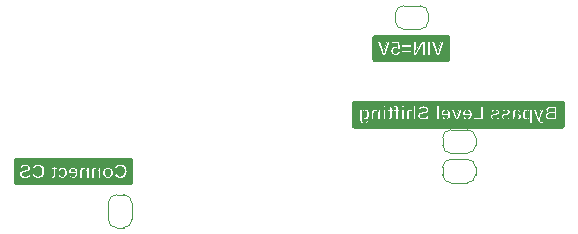
<source format=gbo>
G04 #@! TF.GenerationSoftware,KiCad,Pcbnew,(6.0.5-0)*
G04 #@! TF.CreationDate,2023-06-15T15:10:14-04:00*
G04 #@! TF.ProjectId,stratoconnect,73747261-746f-4636-9f6e-6e6563742e6b,rev?*
G04 #@! TF.SameCoordinates,Original*
G04 #@! TF.FileFunction,Legend,Bot*
G04 #@! TF.FilePolarity,Positive*
%FSLAX46Y46*%
G04 Gerber Fmt 4.6, Leading zero omitted, Abs format (unit mm)*
G04 Created by KiCad (PCBNEW (6.0.5-0)) date 2023-06-15 15:10:14*
%MOMM*%
%LPD*%
G01*
G04 APERTURE LIST*
G04 Aperture macros list*
%AMRoundRect*
0 Rectangle with rounded corners*
0 $1 Rounding radius*
0 $2 $3 $4 $5 $6 $7 $8 $9 X,Y pos of 4 corners*
0 Add a 4 corners polygon primitive as box body*
4,1,4,$2,$3,$4,$5,$6,$7,$8,$9,$2,$3,0*
0 Add four circle primitives for the rounded corners*
1,1,$1+$1,$2,$3*
1,1,$1+$1,$4,$5*
1,1,$1+$1,$6,$7*
1,1,$1+$1,$8,$9*
0 Add four rect primitives between the rounded corners*
20,1,$1+$1,$2,$3,$4,$5,0*
20,1,$1+$1,$4,$5,$6,$7,0*
20,1,$1+$1,$6,$7,$8,$9,0*
20,1,$1+$1,$8,$9,$2,$3,0*%
%AMFreePoly0*
4,1,22,0.500000,-0.750000,0.000000,-0.750000,0.000000,-0.745033,-0.079941,-0.743568,-0.215256,-0.701293,-0.333266,-0.622738,-0.424486,-0.514219,-0.481581,-0.384460,-0.499164,-0.250000,-0.500000,-0.250000,-0.500000,0.250000,-0.499164,0.250000,-0.499963,0.256109,-0.478152,0.396186,-0.417904,0.524511,-0.324060,0.630769,-0.204165,0.706417,-0.067858,0.745374,0.000000,0.744959,0.000000,0.750000,
0.500000,0.750000,0.500000,-0.750000,0.500000,-0.750000,$1*%
%AMFreePoly1*
4,1,20,0.000000,0.744959,0.073905,0.744508,0.209726,0.703889,0.328688,0.626782,0.421226,0.519385,0.479903,0.390333,0.500000,0.250000,0.500000,-0.250000,0.499851,-0.262216,0.476331,-0.402017,0.414519,-0.529596,0.319384,-0.634700,0.198574,-0.708877,0.061801,-0.746166,0.000000,-0.745033,0.000000,-0.750000,-0.500000,-0.750000,-0.500000,0.750000,0.000000,0.750000,0.000000,0.744959,
0.000000,0.744959,$1*%
G04 Aperture macros list end*
%ADD10C,0.010000*%
%ADD11C,0.120000*%
%ADD12C,0.800000*%
%ADD13C,6.400000*%
%ADD14RoundRect,0.250000X-0.750000X0.600000X-0.750000X-0.600000X0.750000X-0.600000X0.750000X0.600000X0*%
%ADD15O,2.000000X1.700000*%
%ADD16R,4.190000X2.665000*%
%ADD17R,1.700000X1.700000*%
%ADD18O,1.700000X1.700000*%
%ADD19FreePoly0,180.000000*%
%ADD20FreePoly1,180.000000*%
%ADD21FreePoly0,0.000000*%
%ADD22FreePoly1,0.000000*%
%ADD23FreePoly0,270.000000*%
%ADD24FreePoly1,270.000000*%
G04 APERTURE END LIST*
D10*
G36*
X159802747Y-75809097D02*
G01*
X159826520Y-75813766D01*
X159848218Y-75821579D01*
X159867871Y-75832489D01*
X159885480Y-75846527D01*
X159901013Y-75863693D01*
X159914380Y-75883652D01*
X159925473Y-75906097D01*
X159934277Y-75931030D01*
X159940793Y-75958450D01*
X159945035Y-75988342D01*
X159947003Y-76020721D01*
X159605222Y-76020721D01*
X159608456Y-75986679D01*
X159613828Y-75955597D01*
X159621304Y-75927460D01*
X159630917Y-75902298D01*
X159642651Y-75880081D01*
X159656506Y-75860840D01*
X159672284Y-75844543D01*
X159689771Y-75831223D01*
X159708981Y-75820862D01*
X159729916Y-75813461D01*
X159752576Y-75809021D01*
X159776944Y-75807541D01*
X159802747Y-75809097D01*
G37*
X159802747Y-75809097D02*
X159826520Y-75813766D01*
X159848218Y-75821579D01*
X159867871Y-75832489D01*
X159885480Y-75846527D01*
X159901013Y-75863693D01*
X159914380Y-75883652D01*
X159925473Y-75906097D01*
X159934277Y-75931030D01*
X159940793Y-75958450D01*
X159945035Y-75988342D01*
X159947003Y-76020721D01*
X159605222Y-76020721D01*
X159608456Y-75986679D01*
X159613828Y-75955597D01*
X159621304Y-75927460D01*
X159630917Y-75902298D01*
X159642651Y-75880081D01*
X159656506Y-75860840D01*
X159672284Y-75844543D01*
X159689771Y-75831223D01*
X159708981Y-75820862D01*
X159729916Y-75813461D01*
X159752576Y-75809021D01*
X159776944Y-75807541D01*
X159802747Y-75809097D01*
G36*
X193168875Y-70866214D02*
G01*
X193192648Y-70870898D01*
X193214346Y-70878696D01*
X193234000Y-70889621D01*
X193251608Y-70903659D01*
X193267142Y-70920825D01*
X193280508Y-70940784D01*
X193291602Y-70963229D01*
X193300406Y-70988147D01*
X193306937Y-71015567D01*
X193311179Y-71045474D01*
X193313132Y-71077869D01*
X192971350Y-71077869D01*
X192974585Y-71043811D01*
X192979941Y-71012714D01*
X192987418Y-70984592D01*
X192997031Y-70959415D01*
X193008765Y-70937213D01*
X193022620Y-70917957D01*
X193038397Y-70901675D01*
X193055884Y-70888354D01*
X193075110Y-70877979D01*
X193096030Y-70870578D01*
X193118689Y-70866138D01*
X193143057Y-70864658D01*
X193168875Y-70866214D01*
G37*
X193168875Y-70866214D02*
X193192648Y-70870898D01*
X193214346Y-70878696D01*
X193234000Y-70889621D01*
X193251608Y-70903659D01*
X193267142Y-70920825D01*
X193280508Y-70940784D01*
X193291602Y-70963229D01*
X193300406Y-70988147D01*
X193306937Y-71015567D01*
X193311179Y-71045474D01*
X193313132Y-71077869D01*
X192971350Y-71077869D01*
X192974585Y-71043811D01*
X192979941Y-71012714D01*
X192987418Y-70984592D01*
X192997031Y-70959415D01*
X193008765Y-70937213D01*
X193022620Y-70917957D01*
X193038397Y-70901675D01*
X193055884Y-70888354D01*
X193075110Y-70877979D01*
X193096030Y-70870578D01*
X193118689Y-70866138D01*
X193143057Y-70864658D01*
X193168875Y-70866214D01*
G36*
X200505149Y-71439151D02*
G01*
X200191849Y-71439151D01*
X200155069Y-71437991D01*
X200121739Y-71434497D01*
X200091859Y-71428683D01*
X200065449Y-71420535D01*
X200042499Y-71410052D01*
X200022999Y-71397250D01*
X200006719Y-71382114D01*
X199993399Y-71364658D01*
X199983019Y-71344867D01*
X199975619Y-71322742D01*
X199971179Y-71298297D01*
X199969699Y-71271533D01*
X199976129Y-71222293D01*
X199995379Y-71182025D01*
X200027469Y-71150699D01*
X200072409Y-71128314D01*
X200130189Y-71114902D01*
X200200809Y-71110416D01*
X200505149Y-71110416D01*
X200505149Y-71439151D01*
G37*
X200505149Y-71439151D02*
X200191849Y-71439151D01*
X200155069Y-71437991D01*
X200121739Y-71434497D01*
X200091859Y-71428683D01*
X200065449Y-71420535D01*
X200042499Y-71410052D01*
X200022999Y-71397250D01*
X200006719Y-71382114D01*
X199993399Y-71364658D01*
X199983019Y-71344867D01*
X199975619Y-71322742D01*
X199971179Y-71298297D01*
X199969699Y-71271533D01*
X199976129Y-71222293D01*
X199995379Y-71182025D01*
X200027469Y-71150699D01*
X200072409Y-71128314D01*
X200130189Y-71114902D01*
X200200809Y-71110416D01*
X200505149Y-71110416D01*
X200505149Y-71439151D01*
G36*
X200505149Y-70933017D02*
G01*
X200230109Y-70933017D01*
X200197739Y-70932040D01*
X200168489Y-70929095D01*
X200142319Y-70924167D01*
X200119249Y-70917285D01*
X200099299Y-70908435D01*
X200082419Y-70897617D01*
X200068369Y-70884845D01*
X200056879Y-70870090D01*
X200047929Y-70853366D01*
X200041539Y-70834689D01*
X200037709Y-70814044D01*
X200036429Y-70791415D01*
X200037799Y-70766895D01*
X200041909Y-70744861D01*
X200048739Y-70725314D01*
X200058309Y-70708240D01*
X200070619Y-70693668D01*
X200085669Y-70681567D01*
X200103399Y-70671634D01*
X200123769Y-70663486D01*
X200146799Y-70657153D01*
X200172459Y-70652637D01*
X200200779Y-70649921D01*
X200231729Y-70649020D01*
X200505149Y-70649020D01*
X200505149Y-70933017D01*
G37*
X200505149Y-70933017D02*
X200230109Y-70933017D01*
X200197739Y-70932040D01*
X200168489Y-70929095D01*
X200142319Y-70924167D01*
X200119249Y-70917285D01*
X200099299Y-70908435D01*
X200082419Y-70897617D01*
X200068369Y-70884845D01*
X200056879Y-70870090D01*
X200047929Y-70853366D01*
X200041539Y-70834689D01*
X200037709Y-70814044D01*
X200036429Y-70791415D01*
X200037799Y-70766895D01*
X200041909Y-70744861D01*
X200048739Y-70725314D01*
X200058309Y-70708240D01*
X200070619Y-70693668D01*
X200085669Y-70681567D01*
X200103399Y-70671634D01*
X200123769Y-70663486D01*
X200146799Y-70657153D01*
X200172459Y-70652637D01*
X200200779Y-70649921D01*
X200231729Y-70649020D01*
X200505149Y-70649020D01*
X200505149Y-70933017D01*
G36*
X184503581Y-70885013D02*
G01*
X184549350Y-70909427D01*
X184584972Y-70950107D01*
X184610391Y-71007068D01*
X184625652Y-71080310D01*
X184630731Y-71169818D01*
X184625690Y-71257571D01*
X184610570Y-71329395D01*
X184585361Y-71385242D01*
X184550071Y-71425143D01*
X184504711Y-71449084D01*
X184449260Y-71457065D01*
X184420070Y-71454944D01*
X184393241Y-71448611D01*
X184368800Y-71438037D01*
X184346731Y-71423251D01*
X184327030Y-71404224D01*
X184309711Y-71380984D01*
X184294910Y-71353839D01*
X184282810Y-71323154D01*
X184273401Y-71288913D01*
X184266670Y-71251132D01*
X184262641Y-71209796D01*
X184261281Y-71164935D01*
X184262641Y-71121295D01*
X184266670Y-71080981D01*
X184273401Y-71043994D01*
X184282810Y-71010333D01*
X184294910Y-70979984D01*
X184309711Y-70952960D01*
X184326991Y-70929721D01*
X184346551Y-70910693D01*
X184368400Y-70895892D01*
X184392520Y-70885333D01*
X184418941Y-70878986D01*
X184447641Y-70876880D01*
X184503581Y-70885013D01*
G37*
X184503581Y-70885013D02*
X184549350Y-70909427D01*
X184584972Y-70950107D01*
X184610391Y-71007068D01*
X184625652Y-71080310D01*
X184630731Y-71169818D01*
X184625690Y-71257571D01*
X184610570Y-71329395D01*
X184585361Y-71385242D01*
X184550071Y-71425143D01*
X184504711Y-71449084D01*
X184449260Y-71457065D01*
X184420070Y-71454944D01*
X184393241Y-71448611D01*
X184368800Y-71438037D01*
X184346731Y-71423251D01*
X184327030Y-71404224D01*
X184309711Y-71380984D01*
X184294910Y-71353839D01*
X184282810Y-71323154D01*
X184273401Y-71288913D01*
X184266670Y-71251132D01*
X184262641Y-71209796D01*
X184261281Y-71164935D01*
X184262641Y-71121295D01*
X184266670Y-71080981D01*
X184273401Y-71043994D01*
X184282810Y-71010333D01*
X184294910Y-70979984D01*
X184309711Y-70952960D01*
X184326991Y-70929721D01*
X184346551Y-70910693D01*
X184368400Y-70895892D01*
X184392520Y-70885333D01*
X184418941Y-70878986D01*
X184447641Y-70876880D01*
X184503581Y-70885013D01*
G36*
X191358510Y-70866214D02*
G01*
X191382270Y-70870898D01*
X191403982Y-70878696D01*
X191423636Y-70889621D01*
X191441229Y-70903659D01*
X191456778Y-70920825D01*
X191470145Y-70940784D01*
X191481238Y-70963229D01*
X191490042Y-70988147D01*
X191496558Y-71015567D01*
X191500800Y-71045474D01*
X191502768Y-71077869D01*
X191160970Y-71077869D01*
X191164210Y-71043811D01*
X191169580Y-71012714D01*
X191177050Y-70984592D01*
X191186670Y-70959415D01*
X191198400Y-70937213D01*
X191212260Y-70917957D01*
X191228030Y-70901675D01*
X191245520Y-70888354D01*
X191264730Y-70877979D01*
X191285670Y-70870578D01*
X191308310Y-70866138D01*
X191332680Y-70864658D01*
X191358510Y-70866214D01*
G37*
X191358510Y-70866214D02*
X191382270Y-70870898D01*
X191403982Y-70878696D01*
X191423636Y-70889621D01*
X191441229Y-70903659D01*
X191456778Y-70920825D01*
X191470145Y-70940784D01*
X191481238Y-70963229D01*
X191490042Y-70988147D01*
X191496558Y-71015567D01*
X191500800Y-71045474D01*
X191502768Y-71077869D01*
X191160970Y-71077869D01*
X191164210Y-71043811D01*
X191169580Y-71012714D01*
X191177050Y-70984592D01*
X191186670Y-70959415D01*
X191198400Y-70937213D01*
X191212260Y-70917957D01*
X191228030Y-70901675D01*
X191245520Y-70888354D01*
X191264730Y-70877979D01*
X191285670Y-70870578D01*
X191308310Y-70866138D01*
X191332680Y-70864658D01*
X191358510Y-70866214D01*
G36*
X164796919Y-76914108D02*
G01*
X164787759Y-76952240D01*
X164772749Y-76988495D01*
X164752239Y-77021940D01*
X164726769Y-77051770D01*
X164696939Y-77077240D01*
X164663489Y-77097750D01*
X164627239Y-77112760D01*
X164589109Y-77121920D01*
X164549999Y-77125000D01*
X155050001Y-77125000D01*
X155010891Y-77121920D01*
X154972761Y-77112760D01*
X154936511Y-77097750D01*
X154903061Y-77077240D01*
X154873231Y-77051770D01*
X154847761Y-77021940D01*
X154827251Y-76988495D01*
X154812240Y-76952240D01*
X154803081Y-76914108D01*
X154800001Y-76875000D01*
X154800001Y-76229858D01*
X155227321Y-76229858D01*
X155230791Y-76283798D01*
X155241191Y-76333344D01*
X155258541Y-76378464D01*
X155282831Y-76419189D01*
X155314071Y-76455505D01*
X155352231Y-76487411D01*
X155397121Y-76514633D01*
X155448480Y-76536911D01*
X155506341Y-76554245D01*
X155570680Y-76566620D01*
X155641511Y-76574036D01*
X155718820Y-76576508D01*
X155789691Y-76574341D01*
X155855271Y-76567841D01*
X155915540Y-76556992D01*
X155970551Y-76541794D01*
X156020251Y-76522263D01*
X156064661Y-76498398D01*
X156103961Y-76470123D01*
X156138261Y-76437363D01*
X156167600Y-76400131D01*
X156191971Y-76358429D01*
X156211361Y-76312256D01*
X156225781Y-76261597D01*
X156146839Y-76248581D01*
X156291240Y-76248581D01*
X156297201Y-76261597D01*
X156315501Y-76301559D01*
X156343271Y-76349808D01*
X156374541Y-76393326D01*
X156409311Y-76432129D01*
X156447601Y-76466202D01*
X156489381Y-76495544D01*
X156534361Y-76520294D01*
X156582201Y-76540527D01*
X156632921Y-76556274D01*
X156686491Y-76567520D01*
X156742951Y-76574265D01*
X156802270Y-76576508D01*
X156891001Y-76572159D01*
X156972740Y-76559113D01*
X157013587Y-76547226D01*
X157908780Y-76547226D01*
X157937630Y-76555679D01*
X157967820Y-76562592D01*
X157999310Y-76567978D01*
X158032100Y-76571823D01*
X158066221Y-76574127D01*
X158101640Y-76574890D01*
X158133980Y-76573364D01*
X158163750Y-76568787D01*
X158190950Y-76561157D01*
X158215560Y-76550491D01*
X158237590Y-76536758D01*
X158257060Y-76519974D01*
X158273720Y-76500092D01*
X158287350Y-76477066D01*
X158297960Y-76450897D01*
X158305520Y-76421585D01*
X158310070Y-76389145D01*
X158311580Y-76353561D01*
X158311580Y-76267288D01*
X158470560Y-76267288D01*
X158475750Y-76296860D01*
X158483170Y-76325333D01*
X158492840Y-76352737D01*
X158504740Y-76379059D01*
X158518870Y-76404282D01*
X158535260Y-76428421D01*
X158553660Y-76451126D01*
X158573910Y-76472046D01*
X158595990Y-76491180D01*
X158619890Y-76508530D01*
X158645630Y-76524078D01*
X158673200Y-76537857D01*
X158702270Y-76549667D01*
X158732510Y-76559341D01*
X158763930Y-76566849D01*
X158796520Y-76572220D01*
X158830289Y-76575439D01*
X158865231Y-76576508D01*
X158929425Y-76573196D01*
X158988553Y-76563263D01*
X159042630Y-76546707D01*
X159091641Y-76523529D01*
X159135571Y-76493729D01*
X159174451Y-76457306D01*
X159207776Y-76414963D01*
X159235043Y-76367386D01*
X159256238Y-76314590D01*
X159271390Y-76256577D01*
X159280469Y-76193344D01*
X159282061Y-76157440D01*
X159383893Y-76157440D01*
X159383893Y-76163940D01*
X159948621Y-76163940D01*
X159947293Y-76205048D01*
X159943326Y-76242661D01*
X159936719Y-76276749D01*
X159927457Y-76307358D01*
X159915555Y-76334442D01*
X159901013Y-76358032D01*
X159884030Y-76378036D01*
X159864804Y-76394424D01*
X159843335Y-76407150D01*
X159819638Y-76416245D01*
X159793713Y-76421707D01*
X159765530Y-76423523D01*
X159727612Y-76420609D01*
X159694653Y-76411865D01*
X159666669Y-76397278D01*
X159643658Y-76376877D01*
X159625623Y-76350632D01*
X159612561Y-76318558D01*
X159396909Y-76337265D01*
X159433469Y-76410370D01*
X159480725Y-76470184D01*
X159538708Y-76516708D01*
X159607404Y-76549927D01*
X159686810Y-76569870D01*
X159776944Y-76576508D01*
X159840558Y-76573242D01*
X159899075Y-76563446D01*
X159909555Y-76560242D01*
X160333325Y-76560242D01*
X160561169Y-76560242D01*
X160561169Y-76066299D01*
X160565533Y-75995453D01*
X160578625Y-75937469D01*
X160600446Y-75892365D01*
X160630978Y-75860153D01*
X160670239Y-75840836D01*
X160718228Y-75834396D01*
X160745007Y-75836365D01*
X160770001Y-75842300D01*
X160793195Y-75852188D01*
X160814620Y-75866043D01*
X160834240Y-75883835D01*
X160852090Y-75905594D01*
X160867630Y-75930450D01*
X160880350Y-75957535D01*
X160890240Y-75986862D01*
X160897310Y-76018417D01*
X160901530Y-76052231D01*
X160902950Y-76088272D01*
X160902950Y-76560242D01*
X161131620Y-76560242D01*
X161327540Y-76560242D01*
X161555390Y-76560242D01*
X161555390Y-76066299D01*
X161559749Y-75995453D01*
X161572829Y-75937469D01*
X161594650Y-75892365D01*
X161625180Y-75860153D01*
X161664459Y-75840836D01*
X161712449Y-75834396D01*
X161739209Y-75836365D01*
X161764199Y-75842300D01*
X161787410Y-75852188D01*
X161808820Y-75866043D01*
X161828460Y-75883835D01*
X161846299Y-75905594D01*
X161861840Y-75930450D01*
X161874549Y-75957535D01*
X161884439Y-75986862D01*
X161891510Y-76018417D01*
X161895750Y-76052231D01*
X161897150Y-76088272D01*
X161897150Y-76560242D01*
X162125819Y-76560242D01*
X162125819Y-76119202D01*
X162283509Y-76119202D01*
X162286799Y-76187958D01*
X162296700Y-76251602D01*
X162313200Y-76310120D01*
X162336299Y-76363495D01*
X162366009Y-76411743D01*
X162402309Y-76454865D01*
X162444439Y-76492035D01*
X162491639Y-76522446D01*
X162543900Y-76546097D01*
X162601219Y-76563004D01*
X162663599Y-76573135D01*
X162731060Y-76576508D01*
X162797220Y-76573120D01*
X162858459Y-76562958D01*
X162914759Y-76546005D01*
X162966139Y-76522263D01*
X163012599Y-76491745D01*
X163054119Y-76454453D01*
X163089919Y-76411224D01*
X163119209Y-76362946D01*
X163142009Y-76309601D01*
X163158279Y-76251190D01*
X163158680Y-76248581D01*
X163253839Y-76248581D01*
X163278099Y-76301559D01*
X163305869Y-76349808D01*
X163337139Y-76393326D01*
X163371909Y-76432129D01*
X163410199Y-76466202D01*
X163451979Y-76495544D01*
X163496949Y-76520294D01*
X163544799Y-76540527D01*
X163595499Y-76556274D01*
X163649089Y-76567520D01*
X163705549Y-76574265D01*
X163764869Y-76576508D01*
X163853599Y-76572159D01*
X163935349Y-76559113D01*
X164010109Y-76537354D01*
X164077889Y-76506897D01*
X164138679Y-76467728D01*
X164192499Y-76419861D01*
X164238629Y-76364182D01*
X164276359Y-76301559D01*
X164305709Y-76231995D01*
X164326669Y-76155487D01*
X164339259Y-76072052D01*
X164343439Y-75981674D01*
X164339399Y-75891190D01*
X164327269Y-75807983D01*
X164307029Y-75732056D01*
X164278709Y-75663406D01*
X164242309Y-75602036D01*
X164197799Y-75547943D01*
X164145599Y-75501709D01*
X164086119Y-75463867D01*
X164019379Y-75434433D01*
X163945339Y-75413406D01*
X163864039Y-75400803D01*
X163775449Y-75396591D01*
X163710259Y-75398849D01*
X163649229Y-75405594D01*
X163592359Y-75416840D01*
X163539639Y-75432587D01*
X163491089Y-75452820D01*
X163446699Y-75477570D01*
X163406489Y-75506668D01*
X163370479Y-75539993D01*
X163338669Y-75577560D01*
X163311059Y-75619339D01*
X163287669Y-75665344D01*
X163268479Y-75715591D01*
X163480049Y-75773361D01*
X163490439Y-75745590D01*
X163503699Y-75719788D01*
X163519829Y-75695953D01*
X163538829Y-75674088D01*
X163560699Y-75654175D01*
X163585429Y-75636246D01*
X163612389Y-75620712D01*
X163640909Y-75607986D01*
X163670989Y-75598099D01*
X163702619Y-75591034D01*
X163735809Y-75586807D01*
X163770569Y-75585388D01*
X163822629Y-75588196D01*
X163870339Y-75596603D01*
X163913679Y-75610611D01*
X163952659Y-75630234D01*
X163987289Y-75655472D01*
X164017539Y-75686295D01*
X164043269Y-75722534D01*
X164064329Y-75763962D01*
X164080699Y-75810593D01*
X164092399Y-75862427D01*
X164099419Y-75919449D01*
X164101759Y-75981674D01*
X164099349Y-76044983D01*
X164092129Y-76103088D01*
X164088463Y-76119202D01*
X164080089Y-76156006D01*
X164063239Y-76203735D01*
X164041579Y-76246246D01*
X164015089Y-76283569D01*
X163984069Y-76315399D01*
X163948769Y-76341431D01*
X163909209Y-76361694D01*
X163865369Y-76376160D01*
X163817259Y-76384842D01*
X163764869Y-76387726D01*
X163696129Y-76381668D01*
X163634759Y-76363495D01*
X163580759Y-76333206D01*
X163534129Y-76290802D01*
X163494869Y-76236282D01*
X163462979Y-76169647D01*
X163253839Y-76248581D01*
X163158680Y-76248581D01*
X163168039Y-76187729D01*
X163171289Y-76119202D01*
X163168039Y-76050919D01*
X163158279Y-75987701D01*
X163142009Y-75929504D01*
X163119209Y-75876358D01*
X163089919Y-75828232D01*
X163054119Y-75785172D01*
X163012459Y-75747986D01*
X162965599Y-75717575D01*
X162913539Y-75693924D01*
X162856289Y-75677032D01*
X162793839Y-75666885D01*
X162726179Y-75663513D01*
X162657130Y-75666779D01*
X162593760Y-75676575D01*
X162582438Y-75679779D01*
X162536069Y-75692902D01*
X162484050Y-75715775D01*
X162437700Y-75745163D01*
X162397019Y-75781097D01*
X162362329Y-75823151D01*
X162333950Y-75870926D01*
X162311889Y-75924408D01*
X162296109Y-75983627D01*
X162286649Y-76048538D01*
X162283509Y-76119202D01*
X162125819Y-76119202D01*
X162125819Y-75876709D01*
X162125880Y-75853821D01*
X162126050Y-75832352D01*
X162126339Y-75812317D01*
X162126739Y-75793716D01*
X162127239Y-75776520D01*
X162127869Y-75760757D01*
X162128550Y-75745956D01*
X162129999Y-75717926D01*
X162130749Y-75704697D01*
X162131530Y-75691971D01*
X162132339Y-75679779D01*
X161914259Y-75679779D01*
X161913389Y-75686371D01*
X161912440Y-75695831D01*
X161911399Y-75708160D01*
X161910280Y-75723358D01*
X161909050Y-75741440D01*
X161907739Y-75762375D01*
X161906489Y-75783585D01*
X161905479Y-75802475D01*
X161904690Y-75819031D01*
X161904130Y-75833267D01*
X161903790Y-75845169D01*
X161903669Y-75854736D01*
X161900419Y-75854736D01*
X161884300Y-75822647D01*
X161866859Y-75793625D01*
X161848130Y-75767670D01*
X161828079Y-75744797D01*
X161806730Y-75724991D01*
X161784050Y-75708267D01*
X161759979Y-75694351D01*
X161734420Y-75682953D01*
X161707360Y-75674088D01*
X161678809Y-75667755D01*
X161648770Y-75663956D01*
X161617229Y-75662689D01*
X161572379Y-75665085D01*
X161531160Y-75672272D01*
X161507611Y-75679779D01*
X161493540Y-75684265D01*
X161459550Y-75701035D01*
X161429170Y-75722595D01*
X161402400Y-75748947D01*
X161379530Y-75779922D01*
X161360820Y-75815308D01*
X161346250Y-75855148D01*
X161335860Y-75899399D01*
X161329620Y-75948090D01*
X161327540Y-76001205D01*
X161327540Y-76560242D01*
X161131620Y-76560242D01*
X161131620Y-75876709D01*
X161131680Y-75853821D01*
X161131850Y-75832352D01*
X161132140Y-75812317D01*
X161132530Y-75793716D01*
X161133040Y-75776520D01*
X161133660Y-75760757D01*
X161135050Y-75731689D01*
X161135780Y-75717926D01*
X161136550Y-75704697D01*
X161137330Y-75691971D01*
X161138120Y-75679779D01*
X160920060Y-75679779D01*
X160919190Y-75686371D01*
X160918240Y-75695831D01*
X160917200Y-75708160D01*
X160916060Y-75723358D01*
X160914840Y-75741440D01*
X160913530Y-75762375D01*
X160912290Y-75783585D01*
X160911270Y-75802475D01*
X160910490Y-75819031D01*
X160909910Y-75833267D01*
X160909570Y-75845169D01*
X160909470Y-75854736D01*
X160906220Y-75854736D01*
X160890090Y-75822647D01*
X160872660Y-75793625D01*
X160853920Y-75767670D01*
X160833870Y-75744797D01*
X160812510Y-75724991D01*
X160789853Y-75708267D01*
X160765775Y-75694351D01*
X160740216Y-75682953D01*
X160713147Y-75674088D01*
X160684598Y-75667755D01*
X160654553Y-75663956D01*
X160623029Y-75662689D01*
X160578183Y-75665085D01*
X160536954Y-75672272D01*
X160499341Y-75684265D01*
X160465344Y-75701035D01*
X160434964Y-75722595D01*
X160408200Y-75748947D01*
X160385327Y-75779922D01*
X160366605Y-75815308D01*
X160352048Y-75855148D01*
X160341656Y-75899399D01*
X160335416Y-75948090D01*
X160333325Y-76001205D01*
X160333325Y-76560242D01*
X159909555Y-76560242D01*
X159952481Y-76547119D01*
X160000790Y-76524246D01*
X160043988Y-76494858D01*
X160082074Y-76458923D01*
X160114651Y-76416733D01*
X160141309Y-76368561D01*
X160162030Y-76314377D01*
X160176831Y-76254227D01*
X160185712Y-76188065D01*
X160188672Y-76115936D01*
X160185666Y-76046036D01*
X160176648Y-75981766D01*
X160161618Y-75923096D01*
X160140576Y-75870026D01*
X160113522Y-75822556D01*
X160080457Y-75780685D01*
X160041867Y-75744888D01*
X159998257Y-75715591D01*
X159949643Y-75692810D01*
X159896008Y-75676529D01*
X159837338Y-75666763D01*
X159773679Y-75663513D01*
X159712964Y-75667007D01*
X159657224Y-75677475D01*
X159606458Y-75694946D01*
X159560651Y-75719391D01*
X159519833Y-75750824D01*
X159483975Y-75789230D01*
X159453397Y-75834381D01*
X159428372Y-75886017D01*
X159408917Y-75944153D01*
X159395016Y-76008743D01*
X159386670Y-76079849D01*
X159385058Y-76124878D01*
X159383893Y-76157440D01*
X159282061Y-76157440D01*
X159283505Y-76124878D01*
X159280453Y-76054871D01*
X159271298Y-75990234D01*
X159256039Y-75930923D01*
X159234677Y-75876984D01*
X159207211Y-75828400D01*
X159173657Y-75785172D01*
X159134473Y-75747986D01*
X159090192Y-75717575D01*
X159040799Y-75693924D01*
X158986310Y-75677032D01*
X158926694Y-75666885D01*
X158861981Y-75663513D01*
X158811658Y-75665680D01*
X158764320Y-75672195D01*
X158719980Y-75683044D01*
X158678620Y-75698227D01*
X158640240Y-75717758D01*
X158604840Y-75741623D01*
X158573040Y-75769318D01*
X158545440Y-75800308D01*
X158522185Y-75834396D01*
X158522050Y-75834595D01*
X158502850Y-75872192D01*
X158487870Y-75913086D01*
X158477080Y-75957275D01*
X158707360Y-75968658D01*
X158711440Y-75946899D01*
X158717130Y-75926666D01*
X158724450Y-75907928D01*
X158733400Y-75890717D01*
X158743980Y-75875015D01*
X158756190Y-75860840D01*
X158770110Y-75848526D01*
X158785840Y-75838455D01*
X158803387Y-75830627D01*
X158822736Y-75825027D01*
X158843900Y-75821671D01*
X158866864Y-75820557D01*
X158920819Y-75828766D01*
X158964963Y-75853378D01*
X158999295Y-75894409D01*
X159023816Y-75951843D01*
X159038541Y-76025665D01*
X159043439Y-76115936D01*
X159038449Y-76208923D01*
X159023465Y-76285004D01*
X158998486Y-76344193D01*
X158963513Y-76386459D01*
X158918561Y-76411819D01*
X158863614Y-76420273D01*
X158842496Y-76419128D01*
X158822552Y-76415710D01*
X158803799Y-76410004D01*
X158786210Y-76402008D01*
X158769800Y-76391739D01*
X158754560Y-76379181D01*
X158740840Y-76364365D01*
X158728970Y-76347305D01*
X158718960Y-76328018D01*
X158710800Y-76306488D01*
X158704500Y-76282715D01*
X158700040Y-76256714D01*
X158470560Y-76267288D01*
X158311580Y-76267288D01*
X158311580Y-75834396D01*
X158423080Y-75834396D01*
X158423080Y-75679779D01*
X158300180Y-75679779D01*
X158228570Y-75473083D01*
X158085350Y-75473083D01*
X158085350Y-75679779D01*
X157918550Y-75679779D01*
X157918550Y-75834396D01*
X158085350Y-75834396D01*
X158085350Y-76291702D01*
X158084680Y-76312195D01*
X158082640Y-76330811D01*
X158079251Y-76347549D01*
X158074510Y-76362411D01*
X158068401Y-76375397D01*
X158060941Y-76386505D01*
X158052060Y-76395828D01*
X158041681Y-76403458D01*
X158029830Y-76409393D01*
X158016461Y-76413635D01*
X158001611Y-76416168D01*
X157985270Y-76417023D01*
X157975691Y-76416702D01*
X157964840Y-76415756D01*
X157952730Y-76414169D01*
X157939340Y-76411957D01*
X157924690Y-76409119D01*
X157908780Y-76405640D01*
X157908780Y-76547226D01*
X157013587Y-76547226D01*
X157047510Y-76537354D01*
X157115290Y-76506897D01*
X157176080Y-76467728D01*
X157229901Y-76419861D01*
X157276031Y-76364182D01*
X157313761Y-76301559D01*
X157343120Y-76231995D01*
X157364070Y-76155487D01*
X157376661Y-76072052D01*
X157380861Y-75981674D01*
X157376801Y-75891190D01*
X157364671Y-75807983D01*
X157344430Y-75732056D01*
X157316110Y-75663406D01*
X157279711Y-75602036D01*
X157235200Y-75547943D01*
X157183000Y-75501709D01*
X157123531Y-75463867D01*
X157056771Y-75434433D01*
X156982750Y-75413406D01*
X156901440Y-75400803D01*
X156812850Y-75396591D01*
X156747661Y-75398849D01*
X156686631Y-75405594D01*
X156629761Y-75416840D01*
X156577051Y-75432587D01*
X156528501Y-75452820D01*
X156484101Y-75477570D01*
X156443891Y-75506668D01*
X156407881Y-75539993D01*
X156376081Y-75577560D01*
X156348481Y-75619339D01*
X156325071Y-75665344D01*
X156305871Y-75715591D01*
X156517471Y-75773361D01*
X156527841Y-75745590D01*
X156541101Y-75719788D01*
X156557231Y-75695953D01*
X156576231Y-75674088D01*
X156598100Y-75654175D01*
X156622831Y-75636246D01*
X156649791Y-75620712D01*
X156678311Y-75607986D01*
X156708391Y-75598099D01*
X156740021Y-75591034D01*
X156773221Y-75586807D01*
X156807970Y-75585388D01*
X156860040Y-75588196D01*
X156907740Y-75596603D01*
X156951090Y-75610611D01*
X156990060Y-75630234D01*
X157024690Y-75655472D01*
X157054940Y-75686295D01*
X157080671Y-75722534D01*
X157101731Y-75763962D01*
X157118100Y-75810593D01*
X157129800Y-75862427D01*
X157136820Y-75919449D01*
X157139160Y-75981674D01*
X157136750Y-76044983D01*
X157129530Y-76103088D01*
X157117491Y-76156006D01*
X157100641Y-76203735D01*
X157078981Y-76246246D01*
X157052500Y-76283569D01*
X157021470Y-76315399D01*
X156986171Y-76341431D01*
X156946611Y-76361694D01*
X156902770Y-76376160D01*
X156854660Y-76384842D01*
X156802270Y-76387726D01*
X156733531Y-76381668D01*
X156672161Y-76363495D01*
X156618161Y-76333206D01*
X156571531Y-76290802D01*
X156532271Y-76236282D01*
X156500381Y-76169647D01*
X156291240Y-76248581D01*
X156146839Y-76248581D01*
X155993861Y-76223358D01*
X155984751Y-76252350D01*
X155973161Y-76278549D01*
X155959091Y-76301987D01*
X155942521Y-76322632D01*
X155923461Y-76340500D01*
X155901911Y-76355591D01*
X155877671Y-76368149D01*
X155850481Y-76378418D01*
X155820341Y-76386414D01*
X155787261Y-76392120D01*
X155751251Y-76395538D01*
X155712311Y-76396683D01*
X155635481Y-76392426D01*
X155572611Y-76379684D01*
X155523721Y-76358429D01*
X155488801Y-76328690D01*
X155467851Y-76290436D01*
X155460861Y-76243698D01*
X155461672Y-76227890D01*
X155464081Y-76213043D01*
X155468091Y-76199142D01*
X155473711Y-76186188D01*
X155480921Y-76174194D01*
X155489761Y-76163132D01*
X155500041Y-76152847D01*
X155511640Y-76143158D01*
X155524551Y-76134048D01*
X155538751Y-76125519D01*
X155554291Y-76117584D01*
X155571131Y-76110245D01*
X155591310Y-76102936D01*
X155616831Y-76095139D01*
X155647721Y-76086838D01*
X155683971Y-76078049D01*
X155725570Y-76068756D01*
X155772521Y-76058960D01*
X155813211Y-76049255D01*
X155849561Y-76040207D01*
X155881571Y-76031815D01*
X155909240Y-76024063D01*
X155932571Y-76016983D01*
X155951571Y-76010559D01*
X155968111Y-76004272D01*
X155984111Y-75997650D01*
X155999571Y-75990631D01*
X156014491Y-75983261D01*
X156028871Y-75975540D01*
X156042711Y-75967453D01*
X156055921Y-75958893D01*
X156068461Y-75949768D01*
X156080331Y-75940079D01*
X156091521Y-75929825D01*
X156102031Y-75919006D01*
X156111871Y-75907623D01*
X156121011Y-75895630D01*
X156129451Y-75882935D01*
X156137191Y-75869583D01*
X156144241Y-75855545D01*
X156150571Y-75840836D01*
X156156221Y-75825439D01*
X156161051Y-75809326D01*
X156165021Y-75792435D01*
X156168101Y-75774780D01*
X156170321Y-75756363D01*
X156171641Y-75737167D01*
X156172071Y-75717209D01*
X156168841Y-75667419D01*
X156159101Y-75621689D01*
X156142881Y-75579987D01*
X156120181Y-75542343D01*
X156090991Y-75508743D01*
X156055311Y-75479187D01*
X156013421Y-75453949D01*
X155965661Y-75433304D01*
X155911981Y-75417236D01*
X155852411Y-75405777D01*
X155786941Y-75398895D01*
X155715570Y-75396591D01*
X155647461Y-75398453D01*
X155585232Y-75404007D01*
X155528911Y-75413269D01*
X155478501Y-75426254D01*
X155433990Y-75442932D01*
X155395370Y-75463333D01*
X155361810Y-75487991D01*
X155332472Y-75517487D01*
X155307371Y-75551819D01*
X155286501Y-75590988D01*
X155269851Y-75634995D01*
X155257431Y-75683853D01*
X155490171Y-75715591D01*
X155497161Y-75691925D01*
X155506211Y-75670288D01*
X155517320Y-75650696D01*
X155530481Y-75633133D01*
X155545711Y-75617599D01*
X155562991Y-75604111D01*
X155582620Y-75592667D01*
X155604901Y-75583313D01*
X155629822Y-75576035D01*
X155657381Y-75570831D01*
X155687591Y-75567703D01*
X155720442Y-75566666D01*
X155787081Y-75570465D01*
X155841611Y-75581863D01*
X155884011Y-75600845D01*
X155914301Y-75627426D01*
X155932481Y-75661606D01*
X155938531Y-75703369D01*
X155937891Y-75717834D01*
X155935961Y-75731400D01*
X155932741Y-75744064D01*
X155928231Y-75755829D01*
X155922441Y-75766678D01*
X155915341Y-75776627D01*
X155906991Y-75785873D01*
X155897401Y-75794662D01*
X155886561Y-75802963D01*
X155874481Y-75810791D01*
X155861161Y-75818161D01*
X155846591Y-75825043D01*
X155828790Y-75831970D01*
X155805811Y-75839462D01*
X155777621Y-75847519D01*
X155744231Y-75856140D01*
X155705641Y-75865326D01*
X155661861Y-75875076D01*
X155609401Y-75886597D01*
X155562181Y-75897827D01*
X155520171Y-75908752D01*
X155483381Y-75919388D01*
X155451811Y-75929733D01*
X155425471Y-75939774D01*
X155402551Y-75949951D01*
X155381301Y-75960663D01*
X155361690Y-75971909D01*
X155343731Y-75983719D01*
X155327421Y-75996063D01*
X155312771Y-76008926D01*
X155299480Y-76022507D01*
X155287271Y-76036957D01*
X155276151Y-76052261D01*
X155266111Y-76068420D01*
X155257150Y-76085449D01*
X155249301Y-76103333D01*
X155242581Y-76122101D01*
X155237091Y-76141800D01*
X155232820Y-76162430D01*
X155229761Y-76183975D01*
X155227931Y-76206451D01*
X155227321Y-76229858D01*
X154800001Y-76229858D01*
X154800001Y-75125000D01*
X154803081Y-75085892D01*
X154812240Y-75047760D01*
X154827251Y-75011505D01*
X154847761Y-74978060D01*
X154873231Y-74948230D01*
X154903061Y-74922760D01*
X154936511Y-74902250D01*
X154972761Y-74887240D01*
X155010891Y-74878080D01*
X155050001Y-74875000D01*
X164549999Y-74875000D01*
X164589109Y-74878080D01*
X164627239Y-74887240D01*
X164663489Y-74902250D01*
X164696939Y-74922760D01*
X164726769Y-74948230D01*
X164752239Y-74978060D01*
X164772749Y-75011505D01*
X164787759Y-75047760D01*
X164796919Y-75085892D01*
X164799999Y-75125000D01*
X164799999Y-76875000D01*
X164796919Y-76914108D01*
G37*
X164796919Y-76914108D02*
X164787759Y-76952240D01*
X164772749Y-76988495D01*
X164752239Y-77021940D01*
X164726769Y-77051770D01*
X164696939Y-77077240D01*
X164663489Y-77097750D01*
X164627239Y-77112760D01*
X164589109Y-77121920D01*
X164549999Y-77125000D01*
X155050001Y-77125000D01*
X155010891Y-77121920D01*
X154972761Y-77112760D01*
X154936511Y-77097750D01*
X154903061Y-77077240D01*
X154873231Y-77051770D01*
X154847761Y-77021940D01*
X154827251Y-76988495D01*
X154812240Y-76952240D01*
X154803081Y-76914108D01*
X154800001Y-76875000D01*
X154800001Y-76229858D01*
X155227321Y-76229858D01*
X155230791Y-76283798D01*
X155241191Y-76333344D01*
X155258541Y-76378464D01*
X155282831Y-76419189D01*
X155314071Y-76455505D01*
X155352231Y-76487411D01*
X155397121Y-76514633D01*
X155448480Y-76536911D01*
X155506341Y-76554245D01*
X155570680Y-76566620D01*
X155641511Y-76574036D01*
X155718820Y-76576508D01*
X155789691Y-76574341D01*
X155855271Y-76567841D01*
X155915540Y-76556992D01*
X155970551Y-76541794D01*
X156020251Y-76522263D01*
X156064661Y-76498398D01*
X156103961Y-76470123D01*
X156138261Y-76437363D01*
X156167600Y-76400131D01*
X156191971Y-76358429D01*
X156211361Y-76312256D01*
X156225781Y-76261597D01*
X156146839Y-76248581D01*
X156291240Y-76248581D01*
X156297201Y-76261597D01*
X156315501Y-76301559D01*
X156343271Y-76349808D01*
X156374541Y-76393326D01*
X156409311Y-76432129D01*
X156447601Y-76466202D01*
X156489381Y-76495544D01*
X156534361Y-76520294D01*
X156582201Y-76540527D01*
X156632921Y-76556274D01*
X156686491Y-76567520D01*
X156742951Y-76574265D01*
X156802270Y-76576508D01*
X156891001Y-76572159D01*
X156972740Y-76559113D01*
X157013587Y-76547226D01*
X157908780Y-76547226D01*
X157937630Y-76555679D01*
X157967820Y-76562592D01*
X157999310Y-76567978D01*
X158032100Y-76571823D01*
X158066221Y-76574127D01*
X158101640Y-76574890D01*
X158133980Y-76573364D01*
X158163750Y-76568787D01*
X158190950Y-76561157D01*
X158215560Y-76550491D01*
X158237590Y-76536758D01*
X158257060Y-76519974D01*
X158273720Y-76500092D01*
X158287350Y-76477066D01*
X158297960Y-76450897D01*
X158305520Y-76421585D01*
X158310070Y-76389145D01*
X158311580Y-76353561D01*
X158311580Y-76267288D01*
X158470560Y-76267288D01*
X158475750Y-76296860D01*
X158483170Y-76325333D01*
X158492840Y-76352737D01*
X158504740Y-76379059D01*
X158518870Y-76404282D01*
X158535260Y-76428421D01*
X158553660Y-76451126D01*
X158573910Y-76472046D01*
X158595990Y-76491180D01*
X158619890Y-76508530D01*
X158645630Y-76524078D01*
X158673200Y-76537857D01*
X158702270Y-76549667D01*
X158732510Y-76559341D01*
X158763930Y-76566849D01*
X158796520Y-76572220D01*
X158830289Y-76575439D01*
X158865231Y-76576508D01*
X158929425Y-76573196D01*
X158988553Y-76563263D01*
X159042630Y-76546707D01*
X159091641Y-76523529D01*
X159135571Y-76493729D01*
X159174451Y-76457306D01*
X159207776Y-76414963D01*
X159235043Y-76367386D01*
X159256238Y-76314590D01*
X159271390Y-76256577D01*
X159280469Y-76193344D01*
X159282061Y-76157440D01*
X159383893Y-76157440D01*
X159383893Y-76163940D01*
X159948621Y-76163940D01*
X159947293Y-76205048D01*
X159943326Y-76242661D01*
X159936719Y-76276749D01*
X159927457Y-76307358D01*
X159915555Y-76334442D01*
X159901013Y-76358032D01*
X159884030Y-76378036D01*
X159864804Y-76394424D01*
X159843335Y-76407150D01*
X159819638Y-76416245D01*
X159793713Y-76421707D01*
X159765530Y-76423523D01*
X159727612Y-76420609D01*
X159694653Y-76411865D01*
X159666669Y-76397278D01*
X159643658Y-76376877D01*
X159625623Y-76350632D01*
X159612561Y-76318558D01*
X159396909Y-76337265D01*
X159433469Y-76410370D01*
X159480725Y-76470184D01*
X159538708Y-76516708D01*
X159607404Y-76549927D01*
X159686810Y-76569870D01*
X159776944Y-76576508D01*
X159840558Y-76573242D01*
X159899075Y-76563446D01*
X159909555Y-76560242D01*
X160333325Y-76560242D01*
X160561169Y-76560242D01*
X160561169Y-76066299D01*
X160565533Y-75995453D01*
X160578625Y-75937469D01*
X160600446Y-75892365D01*
X160630978Y-75860153D01*
X160670239Y-75840836D01*
X160718228Y-75834396D01*
X160745007Y-75836365D01*
X160770001Y-75842300D01*
X160793195Y-75852188D01*
X160814620Y-75866043D01*
X160834240Y-75883835D01*
X160852090Y-75905594D01*
X160867630Y-75930450D01*
X160880350Y-75957535D01*
X160890240Y-75986862D01*
X160897310Y-76018417D01*
X160901530Y-76052231D01*
X160902950Y-76088272D01*
X160902950Y-76560242D01*
X161131620Y-76560242D01*
X161327540Y-76560242D01*
X161555390Y-76560242D01*
X161555390Y-76066299D01*
X161559749Y-75995453D01*
X161572829Y-75937469D01*
X161594650Y-75892365D01*
X161625180Y-75860153D01*
X161664459Y-75840836D01*
X161712449Y-75834396D01*
X161739209Y-75836365D01*
X161764199Y-75842300D01*
X161787410Y-75852188D01*
X161808820Y-75866043D01*
X161828460Y-75883835D01*
X161846299Y-75905594D01*
X161861840Y-75930450D01*
X161874549Y-75957535D01*
X161884439Y-75986862D01*
X161891510Y-76018417D01*
X161895750Y-76052231D01*
X161897150Y-76088272D01*
X161897150Y-76560242D01*
X162125819Y-76560242D01*
X162125819Y-76119202D01*
X162283509Y-76119202D01*
X162286799Y-76187958D01*
X162296700Y-76251602D01*
X162313200Y-76310120D01*
X162336299Y-76363495D01*
X162366009Y-76411743D01*
X162402309Y-76454865D01*
X162444439Y-76492035D01*
X162491639Y-76522446D01*
X162543900Y-76546097D01*
X162601219Y-76563004D01*
X162663599Y-76573135D01*
X162731060Y-76576508D01*
X162797220Y-76573120D01*
X162858459Y-76562958D01*
X162914759Y-76546005D01*
X162966139Y-76522263D01*
X163012599Y-76491745D01*
X163054119Y-76454453D01*
X163089919Y-76411224D01*
X163119209Y-76362946D01*
X163142009Y-76309601D01*
X163158279Y-76251190D01*
X163158680Y-76248581D01*
X163253839Y-76248581D01*
X163278099Y-76301559D01*
X163305869Y-76349808D01*
X163337139Y-76393326D01*
X163371909Y-76432129D01*
X163410199Y-76466202D01*
X163451979Y-76495544D01*
X163496949Y-76520294D01*
X163544799Y-76540527D01*
X163595499Y-76556274D01*
X163649089Y-76567520D01*
X163705549Y-76574265D01*
X163764869Y-76576508D01*
X163853599Y-76572159D01*
X163935349Y-76559113D01*
X164010109Y-76537354D01*
X164077889Y-76506897D01*
X164138679Y-76467728D01*
X164192499Y-76419861D01*
X164238629Y-76364182D01*
X164276359Y-76301559D01*
X164305709Y-76231995D01*
X164326669Y-76155487D01*
X164339259Y-76072052D01*
X164343439Y-75981674D01*
X164339399Y-75891190D01*
X164327269Y-75807983D01*
X164307029Y-75732056D01*
X164278709Y-75663406D01*
X164242309Y-75602036D01*
X164197799Y-75547943D01*
X164145599Y-75501709D01*
X164086119Y-75463867D01*
X164019379Y-75434433D01*
X163945339Y-75413406D01*
X163864039Y-75400803D01*
X163775449Y-75396591D01*
X163710259Y-75398849D01*
X163649229Y-75405594D01*
X163592359Y-75416840D01*
X163539639Y-75432587D01*
X163491089Y-75452820D01*
X163446699Y-75477570D01*
X163406489Y-75506668D01*
X163370479Y-75539993D01*
X163338669Y-75577560D01*
X163311059Y-75619339D01*
X163287669Y-75665344D01*
X163268479Y-75715591D01*
X163480049Y-75773361D01*
X163490439Y-75745590D01*
X163503699Y-75719788D01*
X163519829Y-75695953D01*
X163538829Y-75674088D01*
X163560699Y-75654175D01*
X163585429Y-75636246D01*
X163612389Y-75620712D01*
X163640909Y-75607986D01*
X163670989Y-75598099D01*
X163702619Y-75591034D01*
X163735809Y-75586807D01*
X163770569Y-75585388D01*
X163822629Y-75588196D01*
X163870339Y-75596603D01*
X163913679Y-75610611D01*
X163952659Y-75630234D01*
X163987289Y-75655472D01*
X164017539Y-75686295D01*
X164043269Y-75722534D01*
X164064329Y-75763962D01*
X164080699Y-75810593D01*
X164092399Y-75862427D01*
X164099419Y-75919449D01*
X164101759Y-75981674D01*
X164099349Y-76044983D01*
X164092129Y-76103088D01*
X164088463Y-76119202D01*
X164080089Y-76156006D01*
X164063239Y-76203735D01*
X164041579Y-76246246D01*
X164015089Y-76283569D01*
X163984069Y-76315399D01*
X163948769Y-76341431D01*
X163909209Y-76361694D01*
X163865369Y-76376160D01*
X163817259Y-76384842D01*
X163764869Y-76387726D01*
X163696129Y-76381668D01*
X163634759Y-76363495D01*
X163580759Y-76333206D01*
X163534129Y-76290802D01*
X163494869Y-76236282D01*
X163462979Y-76169647D01*
X163253839Y-76248581D01*
X163158680Y-76248581D01*
X163168039Y-76187729D01*
X163171289Y-76119202D01*
X163168039Y-76050919D01*
X163158279Y-75987701D01*
X163142009Y-75929504D01*
X163119209Y-75876358D01*
X163089919Y-75828232D01*
X163054119Y-75785172D01*
X163012459Y-75747986D01*
X162965599Y-75717575D01*
X162913539Y-75693924D01*
X162856289Y-75677032D01*
X162793839Y-75666885D01*
X162726179Y-75663513D01*
X162657130Y-75666779D01*
X162593760Y-75676575D01*
X162582438Y-75679779D01*
X162536069Y-75692902D01*
X162484050Y-75715775D01*
X162437700Y-75745163D01*
X162397019Y-75781097D01*
X162362329Y-75823151D01*
X162333950Y-75870926D01*
X162311889Y-75924408D01*
X162296109Y-75983627D01*
X162286649Y-76048538D01*
X162283509Y-76119202D01*
X162125819Y-76119202D01*
X162125819Y-75876709D01*
X162125880Y-75853821D01*
X162126050Y-75832352D01*
X162126339Y-75812317D01*
X162126739Y-75793716D01*
X162127239Y-75776520D01*
X162127869Y-75760757D01*
X162128550Y-75745956D01*
X162129999Y-75717926D01*
X162130749Y-75704697D01*
X162131530Y-75691971D01*
X162132339Y-75679779D01*
X161914259Y-75679779D01*
X161913389Y-75686371D01*
X161912440Y-75695831D01*
X161911399Y-75708160D01*
X161910280Y-75723358D01*
X161909050Y-75741440D01*
X161907739Y-75762375D01*
X161906489Y-75783585D01*
X161905479Y-75802475D01*
X161904690Y-75819031D01*
X161904130Y-75833267D01*
X161903790Y-75845169D01*
X161903669Y-75854736D01*
X161900419Y-75854736D01*
X161884300Y-75822647D01*
X161866859Y-75793625D01*
X161848130Y-75767670D01*
X161828079Y-75744797D01*
X161806730Y-75724991D01*
X161784050Y-75708267D01*
X161759979Y-75694351D01*
X161734420Y-75682953D01*
X161707360Y-75674088D01*
X161678809Y-75667755D01*
X161648770Y-75663956D01*
X161617229Y-75662689D01*
X161572379Y-75665085D01*
X161531160Y-75672272D01*
X161507611Y-75679779D01*
X161493540Y-75684265D01*
X161459550Y-75701035D01*
X161429170Y-75722595D01*
X161402400Y-75748947D01*
X161379530Y-75779922D01*
X161360820Y-75815308D01*
X161346250Y-75855148D01*
X161335860Y-75899399D01*
X161329620Y-75948090D01*
X161327540Y-76001205D01*
X161327540Y-76560242D01*
X161131620Y-76560242D01*
X161131620Y-75876709D01*
X161131680Y-75853821D01*
X161131850Y-75832352D01*
X161132140Y-75812317D01*
X161132530Y-75793716D01*
X161133040Y-75776520D01*
X161133660Y-75760757D01*
X161135050Y-75731689D01*
X161135780Y-75717926D01*
X161136550Y-75704697D01*
X161137330Y-75691971D01*
X161138120Y-75679779D01*
X160920060Y-75679779D01*
X160919190Y-75686371D01*
X160918240Y-75695831D01*
X160917200Y-75708160D01*
X160916060Y-75723358D01*
X160914840Y-75741440D01*
X160913530Y-75762375D01*
X160912290Y-75783585D01*
X160911270Y-75802475D01*
X160910490Y-75819031D01*
X160909910Y-75833267D01*
X160909570Y-75845169D01*
X160909470Y-75854736D01*
X160906220Y-75854736D01*
X160890090Y-75822647D01*
X160872660Y-75793625D01*
X160853920Y-75767670D01*
X160833870Y-75744797D01*
X160812510Y-75724991D01*
X160789853Y-75708267D01*
X160765775Y-75694351D01*
X160740216Y-75682953D01*
X160713147Y-75674088D01*
X160684598Y-75667755D01*
X160654553Y-75663956D01*
X160623029Y-75662689D01*
X160578183Y-75665085D01*
X160536954Y-75672272D01*
X160499341Y-75684265D01*
X160465344Y-75701035D01*
X160434964Y-75722595D01*
X160408200Y-75748947D01*
X160385327Y-75779922D01*
X160366605Y-75815308D01*
X160352048Y-75855148D01*
X160341656Y-75899399D01*
X160335416Y-75948090D01*
X160333325Y-76001205D01*
X160333325Y-76560242D01*
X159909555Y-76560242D01*
X159952481Y-76547119D01*
X160000790Y-76524246D01*
X160043988Y-76494858D01*
X160082074Y-76458923D01*
X160114651Y-76416733D01*
X160141309Y-76368561D01*
X160162030Y-76314377D01*
X160176831Y-76254227D01*
X160185712Y-76188065D01*
X160188672Y-76115936D01*
X160185666Y-76046036D01*
X160176648Y-75981766D01*
X160161618Y-75923096D01*
X160140576Y-75870026D01*
X160113522Y-75822556D01*
X160080457Y-75780685D01*
X160041867Y-75744888D01*
X159998257Y-75715591D01*
X159949643Y-75692810D01*
X159896008Y-75676529D01*
X159837338Y-75666763D01*
X159773679Y-75663513D01*
X159712964Y-75667007D01*
X159657224Y-75677475D01*
X159606458Y-75694946D01*
X159560651Y-75719391D01*
X159519833Y-75750824D01*
X159483975Y-75789230D01*
X159453397Y-75834381D01*
X159428372Y-75886017D01*
X159408917Y-75944153D01*
X159395016Y-76008743D01*
X159386670Y-76079849D01*
X159385058Y-76124878D01*
X159383893Y-76157440D01*
X159282061Y-76157440D01*
X159283505Y-76124878D01*
X159280453Y-76054871D01*
X159271298Y-75990234D01*
X159256039Y-75930923D01*
X159234677Y-75876984D01*
X159207211Y-75828400D01*
X159173657Y-75785172D01*
X159134473Y-75747986D01*
X159090192Y-75717575D01*
X159040799Y-75693924D01*
X158986310Y-75677032D01*
X158926694Y-75666885D01*
X158861981Y-75663513D01*
X158811658Y-75665680D01*
X158764320Y-75672195D01*
X158719980Y-75683044D01*
X158678620Y-75698227D01*
X158640240Y-75717758D01*
X158604840Y-75741623D01*
X158573040Y-75769318D01*
X158545440Y-75800308D01*
X158522185Y-75834396D01*
X158522050Y-75834595D01*
X158502850Y-75872192D01*
X158487870Y-75913086D01*
X158477080Y-75957275D01*
X158707360Y-75968658D01*
X158711440Y-75946899D01*
X158717130Y-75926666D01*
X158724450Y-75907928D01*
X158733400Y-75890717D01*
X158743980Y-75875015D01*
X158756190Y-75860840D01*
X158770110Y-75848526D01*
X158785840Y-75838455D01*
X158803387Y-75830627D01*
X158822736Y-75825027D01*
X158843900Y-75821671D01*
X158866864Y-75820557D01*
X158920819Y-75828766D01*
X158964963Y-75853378D01*
X158999295Y-75894409D01*
X159023816Y-75951843D01*
X159038541Y-76025665D01*
X159043439Y-76115936D01*
X159038449Y-76208923D01*
X159023465Y-76285004D01*
X158998486Y-76344193D01*
X158963513Y-76386459D01*
X158918561Y-76411819D01*
X158863614Y-76420273D01*
X158842496Y-76419128D01*
X158822552Y-76415710D01*
X158803799Y-76410004D01*
X158786210Y-76402008D01*
X158769800Y-76391739D01*
X158754560Y-76379181D01*
X158740840Y-76364365D01*
X158728970Y-76347305D01*
X158718960Y-76328018D01*
X158710800Y-76306488D01*
X158704500Y-76282715D01*
X158700040Y-76256714D01*
X158470560Y-76267288D01*
X158311580Y-76267288D01*
X158311580Y-75834396D01*
X158423080Y-75834396D01*
X158423080Y-75679779D01*
X158300180Y-75679779D01*
X158228570Y-75473083D01*
X158085350Y-75473083D01*
X158085350Y-75679779D01*
X157918550Y-75679779D01*
X157918550Y-75834396D01*
X158085350Y-75834396D01*
X158085350Y-76291702D01*
X158084680Y-76312195D01*
X158082640Y-76330811D01*
X158079251Y-76347549D01*
X158074510Y-76362411D01*
X158068401Y-76375397D01*
X158060941Y-76386505D01*
X158052060Y-76395828D01*
X158041681Y-76403458D01*
X158029830Y-76409393D01*
X158016461Y-76413635D01*
X158001611Y-76416168D01*
X157985270Y-76417023D01*
X157975691Y-76416702D01*
X157964840Y-76415756D01*
X157952730Y-76414169D01*
X157939340Y-76411957D01*
X157924690Y-76409119D01*
X157908780Y-76405640D01*
X157908780Y-76547226D01*
X157013587Y-76547226D01*
X157047510Y-76537354D01*
X157115290Y-76506897D01*
X157176080Y-76467728D01*
X157229901Y-76419861D01*
X157276031Y-76364182D01*
X157313761Y-76301559D01*
X157343120Y-76231995D01*
X157364070Y-76155487D01*
X157376661Y-76072052D01*
X157380861Y-75981674D01*
X157376801Y-75891190D01*
X157364671Y-75807983D01*
X157344430Y-75732056D01*
X157316110Y-75663406D01*
X157279711Y-75602036D01*
X157235200Y-75547943D01*
X157183000Y-75501709D01*
X157123531Y-75463867D01*
X157056771Y-75434433D01*
X156982750Y-75413406D01*
X156901440Y-75400803D01*
X156812850Y-75396591D01*
X156747661Y-75398849D01*
X156686631Y-75405594D01*
X156629761Y-75416840D01*
X156577051Y-75432587D01*
X156528501Y-75452820D01*
X156484101Y-75477570D01*
X156443891Y-75506668D01*
X156407881Y-75539993D01*
X156376081Y-75577560D01*
X156348481Y-75619339D01*
X156325071Y-75665344D01*
X156305871Y-75715591D01*
X156517471Y-75773361D01*
X156527841Y-75745590D01*
X156541101Y-75719788D01*
X156557231Y-75695953D01*
X156576231Y-75674088D01*
X156598100Y-75654175D01*
X156622831Y-75636246D01*
X156649791Y-75620712D01*
X156678311Y-75607986D01*
X156708391Y-75598099D01*
X156740021Y-75591034D01*
X156773221Y-75586807D01*
X156807970Y-75585388D01*
X156860040Y-75588196D01*
X156907740Y-75596603D01*
X156951090Y-75610611D01*
X156990060Y-75630234D01*
X157024690Y-75655472D01*
X157054940Y-75686295D01*
X157080671Y-75722534D01*
X157101731Y-75763962D01*
X157118100Y-75810593D01*
X157129800Y-75862427D01*
X157136820Y-75919449D01*
X157139160Y-75981674D01*
X157136750Y-76044983D01*
X157129530Y-76103088D01*
X157117491Y-76156006D01*
X157100641Y-76203735D01*
X157078981Y-76246246D01*
X157052500Y-76283569D01*
X157021470Y-76315399D01*
X156986171Y-76341431D01*
X156946611Y-76361694D01*
X156902770Y-76376160D01*
X156854660Y-76384842D01*
X156802270Y-76387726D01*
X156733531Y-76381668D01*
X156672161Y-76363495D01*
X156618161Y-76333206D01*
X156571531Y-76290802D01*
X156532271Y-76236282D01*
X156500381Y-76169647D01*
X156291240Y-76248581D01*
X156146839Y-76248581D01*
X155993861Y-76223358D01*
X155984751Y-76252350D01*
X155973161Y-76278549D01*
X155959091Y-76301987D01*
X155942521Y-76322632D01*
X155923461Y-76340500D01*
X155901911Y-76355591D01*
X155877671Y-76368149D01*
X155850481Y-76378418D01*
X155820341Y-76386414D01*
X155787261Y-76392120D01*
X155751251Y-76395538D01*
X155712311Y-76396683D01*
X155635481Y-76392426D01*
X155572611Y-76379684D01*
X155523721Y-76358429D01*
X155488801Y-76328690D01*
X155467851Y-76290436D01*
X155460861Y-76243698D01*
X155461672Y-76227890D01*
X155464081Y-76213043D01*
X155468091Y-76199142D01*
X155473711Y-76186188D01*
X155480921Y-76174194D01*
X155489761Y-76163132D01*
X155500041Y-76152847D01*
X155511640Y-76143158D01*
X155524551Y-76134048D01*
X155538751Y-76125519D01*
X155554291Y-76117584D01*
X155571131Y-76110245D01*
X155591310Y-76102936D01*
X155616831Y-76095139D01*
X155647721Y-76086838D01*
X155683971Y-76078049D01*
X155725570Y-76068756D01*
X155772521Y-76058960D01*
X155813211Y-76049255D01*
X155849561Y-76040207D01*
X155881571Y-76031815D01*
X155909240Y-76024063D01*
X155932571Y-76016983D01*
X155951571Y-76010559D01*
X155968111Y-76004272D01*
X155984111Y-75997650D01*
X155999571Y-75990631D01*
X156014491Y-75983261D01*
X156028871Y-75975540D01*
X156042711Y-75967453D01*
X156055921Y-75958893D01*
X156068461Y-75949768D01*
X156080331Y-75940079D01*
X156091521Y-75929825D01*
X156102031Y-75919006D01*
X156111871Y-75907623D01*
X156121011Y-75895630D01*
X156129451Y-75882935D01*
X156137191Y-75869583D01*
X156144241Y-75855545D01*
X156150571Y-75840836D01*
X156156221Y-75825439D01*
X156161051Y-75809326D01*
X156165021Y-75792435D01*
X156168101Y-75774780D01*
X156170321Y-75756363D01*
X156171641Y-75737167D01*
X156172071Y-75717209D01*
X156168841Y-75667419D01*
X156159101Y-75621689D01*
X156142881Y-75579987D01*
X156120181Y-75542343D01*
X156090991Y-75508743D01*
X156055311Y-75479187D01*
X156013421Y-75453949D01*
X155965661Y-75433304D01*
X155911981Y-75417236D01*
X155852411Y-75405777D01*
X155786941Y-75398895D01*
X155715570Y-75396591D01*
X155647461Y-75398453D01*
X155585232Y-75404007D01*
X155528911Y-75413269D01*
X155478501Y-75426254D01*
X155433990Y-75442932D01*
X155395370Y-75463333D01*
X155361810Y-75487991D01*
X155332472Y-75517487D01*
X155307371Y-75551819D01*
X155286501Y-75590988D01*
X155269851Y-75634995D01*
X155257431Y-75683853D01*
X155490171Y-75715591D01*
X155497161Y-75691925D01*
X155506211Y-75670288D01*
X155517320Y-75650696D01*
X155530481Y-75633133D01*
X155545711Y-75617599D01*
X155562991Y-75604111D01*
X155582620Y-75592667D01*
X155604901Y-75583313D01*
X155629822Y-75576035D01*
X155657381Y-75570831D01*
X155687591Y-75567703D01*
X155720442Y-75566666D01*
X155787081Y-75570465D01*
X155841611Y-75581863D01*
X155884011Y-75600845D01*
X155914301Y-75627426D01*
X155932481Y-75661606D01*
X155938531Y-75703369D01*
X155937891Y-75717834D01*
X155935961Y-75731400D01*
X155932741Y-75744064D01*
X155928231Y-75755829D01*
X155922441Y-75766678D01*
X155915341Y-75776627D01*
X155906991Y-75785873D01*
X155897401Y-75794662D01*
X155886561Y-75802963D01*
X155874481Y-75810791D01*
X155861161Y-75818161D01*
X155846591Y-75825043D01*
X155828790Y-75831970D01*
X155805811Y-75839462D01*
X155777621Y-75847519D01*
X155744231Y-75856140D01*
X155705641Y-75865326D01*
X155661861Y-75875076D01*
X155609401Y-75886597D01*
X155562181Y-75897827D01*
X155520171Y-75908752D01*
X155483381Y-75919388D01*
X155451811Y-75929733D01*
X155425471Y-75939774D01*
X155402551Y-75949951D01*
X155381301Y-75960663D01*
X155361690Y-75971909D01*
X155343731Y-75983719D01*
X155327421Y-75996063D01*
X155312771Y-76008926D01*
X155299480Y-76022507D01*
X155287271Y-76036957D01*
X155276151Y-76052261D01*
X155266111Y-76068420D01*
X155257150Y-76085449D01*
X155249301Y-76103333D01*
X155242581Y-76122101D01*
X155237091Y-76141800D01*
X155232820Y-76162430D01*
X155229761Y-76183975D01*
X155227931Y-76206451D01*
X155227321Y-76229858D01*
X154800001Y-76229858D01*
X154800001Y-75125000D01*
X154803081Y-75085892D01*
X154812240Y-75047760D01*
X154827251Y-75011505D01*
X154847761Y-74978060D01*
X154873231Y-74948230D01*
X154903061Y-74922760D01*
X154936511Y-74902250D01*
X154972761Y-74887240D01*
X155010891Y-74878080D01*
X155050001Y-74875000D01*
X164549999Y-74875000D01*
X164589109Y-74878080D01*
X164627239Y-74887240D01*
X164663489Y-74902250D01*
X164696939Y-74922760D01*
X164726769Y-74948230D01*
X164752239Y-74978060D01*
X164772749Y-75011505D01*
X164787759Y-75047760D01*
X164796919Y-75085892D01*
X164799999Y-75125000D01*
X164799999Y-76875000D01*
X164796919Y-76914108D01*
G36*
X197313179Y-71211307D02*
G01*
X197338459Y-71212695D01*
X197361180Y-71214694D01*
X197381319Y-71217319D01*
X197398889Y-71220538D01*
X197413869Y-71224368D01*
X197426289Y-71228809D01*
X197436959Y-71233966D01*
X197446769Y-71239963D01*
X197455679Y-71246814D01*
X197463719Y-71254489D01*
X197470859Y-71262988D01*
X197477129Y-71272342D01*
X197482489Y-71282657D01*
X197486869Y-71294040D01*
X197490259Y-71306522D01*
X197492699Y-71320071D01*
X197494149Y-71334720D01*
X197494639Y-71350452D01*
X197493839Y-71370441D01*
X197491429Y-71388660D01*
X197487419Y-71405078D01*
X197481799Y-71419711D01*
X197474579Y-71432559D01*
X197465749Y-71443637D01*
X197455589Y-71452960D01*
X197444369Y-71460590D01*
X197432069Y-71466525D01*
X197418739Y-71470752D01*
X197404329Y-71473300D01*
X197388860Y-71474155D01*
X197371209Y-71473331D01*
X197354090Y-71470889D01*
X197337479Y-71466830D01*
X197321400Y-71461124D01*
X197305839Y-71453799D01*
X197290789Y-71444858D01*
X197276540Y-71434467D01*
X197263359Y-71422839D01*
X197251230Y-71409961D01*
X197240159Y-71395847D01*
X197230150Y-71380481D01*
X197221209Y-71363879D01*
X197213509Y-71346484D01*
X197207209Y-71328754D01*
X197202289Y-71310687D01*
X197198799Y-71292270D01*
X197196689Y-71273532D01*
X197195989Y-71254443D01*
X197195989Y-71209674D01*
X197313179Y-71211307D01*
G37*
X197313179Y-71211307D02*
X197338459Y-71212695D01*
X197361180Y-71214694D01*
X197381319Y-71217319D01*
X197398889Y-71220538D01*
X197413869Y-71224368D01*
X197426289Y-71228809D01*
X197436959Y-71233966D01*
X197446769Y-71239963D01*
X197455679Y-71246814D01*
X197463719Y-71254489D01*
X197470859Y-71262988D01*
X197477129Y-71272342D01*
X197482489Y-71282657D01*
X197486869Y-71294040D01*
X197490259Y-71306522D01*
X197492699Y-71320071D01*
X197494149Y-71334720D01*
X197494639Y-71350452D01*
X197493839Y-71370441D01*
X197491429Y-71388660D01*
X197487419Y-71405078D01*
X197481799Y-71419711D01*
X197474579Y-71432559D01*
X197465749Y-71443637D01*
X197455589Y-71452960D01*
X197444369Y-71460590D01*
X197432069Y-71466525D01*
X197418739Y-71470752D01*
X197404329Y-71473300D01*
X197388860Y-71474155D01*
X197371209Y-71473331D01*
X197354090Y-71470889D01*
X197337479Y-71466830D01*
X197321400Y-71461124D01*
X197305839Y-71453799D01*
X197290789Y-71444858D01*
X197276540Y-71434467D01*
X197263359Y-71422839D01*
X197251230Y-71409961D01*
X197240159Y-71395847D01*
X197230150Y-71380481D01*
X197221209Y-71363879D01*
X197213509Y-71346484D01*
X197207209Y-71328754D01*
X197202289Y-71310687D01*
X197198799Y-71292270D01*
X197196689Y-71273532D01*
X197195989Y-71254443D01*
X197195989Y-71209674D01*
X197313179Y-71211307D01*
G36*
X198275529Y-70879092D02*
G01*
X198302359Y-70885730D01*
X198326799Y-70896808D01*
X198348879Y-70912326D01*
X198368579Y-70932254D01*
X198385899Y-70956622D01*
X198400699Y-70984973D01*
X198412799Y-71016833D01*
X198422219Y-71052234D01*
X198428949Y-71091159D01*
X198432989Y-71133609D01*
X198434329Y-71179584D01*
X198432989Y-71225238D01*
X198428949Y-71267322D01*
X198422219Y-71305804D01*
X198412799Y-71340686D01*
X198400699Y-71371982D01*
X198385899Y-71399692D01*
X198368629Y-71423434D01*
X198349069Y-71442859D01*
X198327219Y-71457965D01*
X198303089Y-71468768D01*
X198276679Y-71475238D01*
X198247979Y-71477405D01*
X198192039Y-71468951D01*
X198146259Y-71443576D01*
X198110659Y-71401309D01*
X198085229Y-71342136D01*
X198069969Y-71266055D01*
X198064889Y-71173068D01*
X198069919Y-71082568D01*
X198085039Y-71008517D01*
X198110249Y-70950931D01*
X198145529Y-70909778D01*
X198190889Y-70885104D01*
X198246339Y-70876880D01*
X198275529Y-70879092D01*
G37*
X198275529Y-70879092D02*
X198302359Y-70885730D01*
X198326799Y-70896808D01*
X198348879Y-70912326D01*
X198368579Y-70932254D01*
X198385899Y-70956622D01*
X198400699Y-70984973D01*
X198412799Y-71016833D01*
X198422219Y-71052234D01*
X198428949Y-71091159D01*
X198432989Y-71133609D01*
X198434329Y-71179584D01*
X198432989Y-71225238D01*
X198428949Y-71267322D01*
X198422219Y-71305804D01*
X198412799Y-71340686D01*
X198400699Y-71371982D01*
X198385899Y-71399692D01*
X198368629Y-71423434D01*
X198349069Y-71442859D01*
X198327219Y-71457965D01*
X198303089Y-71468768D01*
X198276679Y-71475238D01*
X198247979Y-71477405D01*
X198192039Y-71468951D01*
X198146259Y-71443576D01*
X198110659Y-71401309D01*
X198085229Y-71342136D01*
X198069969Y-71266055D01*
X198064889Y-71173068D01*
X198069919Y-71082568D01*
X198085039Y-71008517D01*
X198110249Y-70950931D01*
X198145529Y-70909778D01*
X198190889Y-70885104D01*
X198246339Y-70876880D01*
X198275529Y-70879092D01*
G36*
X191646920Y-66514108D02*
G01*
X191637760Y-66552240D01*
X191622750Y-66588495D01*
X191602240Y-66621940D01*
X191576770Y-66651770D01*
X191546940Y-66677240D01*
X191513490Y-66697750D01*
X191477240Y-66712760D01*
X191439110Y-66721920D01*
X191400000Y-66725000D01*
X185400000Y-66725000D01*
X185360890Y-66721920D01*
X185322760Y-66712760D01*
X185286510Y-66697750D01*
X185253060Y-66677240D01*
X185223230Y-66651770D01*
X185197760Y-66621940D01*
X185177250Y-66588495D01*
X185162240Y-66552240D01*
X185153080Y-66514108D01*
X185150000Y-66475000D01*
X185150000Y-65005060D01*
X185558170Y-65005060D01*
X185979700Y-66151620D01*
X186223000Y-66151620D01*
X186364129Y-65769968D01*
X186683080Y-65769968D01*
X186686220Y-65828668D01*
X186695680Y-65883218D01*
X186711460Y-65933633D01*
X186733530Y-65979913D01*
X186761910Y-66022058D01*
X186796590Y-66060068D01*
X186836780Y-66093011D01*
X186881630Y-66119974D01*
X186931170Y-66140939D01*
X186985390Y-66155908D01*
X187044290Y-66164896D01*
X187107860Y-66167886D01*
X187163440Y-66165735D01*
X187215220Y-66159250D01*
X187249133Y-66151620D01*
X188598196Y-66151620D01*
X188879767Y-66151620D01*
X189379385Y-65268701D01*
X189374915Y-65310175D01*
X189371252Y-65348825D01*
X189368414Y-65384668D01*
X189366385Y-65417719D01*
X189365164Y-65447961D01*
X189364752Y-65475412D01*
X189364752Y-66151620D01*
X189577960Y-66151620D01*
X189790110Y-66151620D01*
X190030160Y-66151620D01*
X190030160Y-65005060D01*
X190127050Y-65005060D01*
X190548570Y-66151620D01*
X190791880Y-66151620D01*
X191215860Y-65005060D01*
X190965200Y-65005060D01*
X190729220Y-65741479D01*
X190721460Y-65767389D01*
X190712770Y-65797357D01*
X190703190Y-65831400D01*
X190692690Y-65869516D01*
X190681310Y-65911707D01*
X190669010Y-65957956D01*
X190651920Y-65887964D01*
X190610420Y-65741479D01*
X190375230Y-65005060D01*
X190127050Y-65005060D01*
X190030160Y-65005060D01*
X189790110Y-65005060D01*
X189790110Y-66151620D01*
X189577960Y-66151620D01*
X189577960Y-65005060D01*
X189303717Y-65005060D01*
X188796759Y-65895288D01*
X188801230Y-65854929D01*
X188804892Y-65815805D01*
X188807730Y-65777902D01*
X188809775Y-65741220D01*
X188810995Y-65705759D01*
X188811392Y-65671503D01*
X188811392Y-65005060D01*
X188598196Y-65005060D01*
X188598196Y-66151620D01*
X187249133Y-66151620D01*
X187263170Y-66148462D01*
X187307300Y-66133356D01*
X187347620Y-66113916D01*
X187384120Y-66090173D01*
X187416495Y-66062341D01*
X187444464Y-66030634D01*
X187468039Y-65995065D01*
X187487189Y-65955637D01*
X187501101Y-65914819D01*
X187609152Y-65914819D01*
X188444861Y-65914819D01*
X188444861Y-65734979D01*
X187609152Y-65734979D01*
X187609152Y-65914819D01*
X187501101Y-65914819D01*
X187501944Y-65912347D01*
X187512289Y-65865182D01*
X187283620Y-65846460D01*
X187276880Y-65869760D01*
X187268610Y-65890848D01*
X187258810Y-65909723D01*
X187247460Y-65926385D01*
X187234580Y-65940836D01*
X187220160Y-65953058D01*
X187204310Y-65963266D01*
X187187160Y-65971597D01*
X187168690Y-65978082D01*
X187148900Y-65982721D01*
X187127810Y-65985498D01*
X187105410Y-65986429D01*
X187077890Y-65984918D01*
X187052300Y-65980371D01*
X187028620Y-65972803D01*
X187006860Y-65962198D01*
X186987020Y-65948572D01*
X186969110Y-65931909D01*
X186953570Y-65912393D01*
X186940850Y-65890222D01*
X186930960Y-65865381D01*
X186923910Y-65837869D01*
X186919670Y-65807703D01*
X186918250Y-65774850D01*
X186919590Y-65745752D01*
X186923590Y-65718668D01*
X186930260Y-65693582D01*
X186939600Y-65670511D01*
X186951590Y-65649469D01*
X186966270Y-65630426D01*
X186983330Y-65613886D01*
X187002520Y-65600351D01*
X187023840Y-65589853D01*
X187047280Y-65582330D01*
X187072840Y-65577814D01*
X187100530Y-65576318D01*
X187131290Y-65578378D01*
X187160120Y-65584543D01*
X187186990Y-65594827D01*
X187211920Y-65609201D01*
X187234920Y-65627725D01*
X187255960Y-65650339D01*
X187478918Y-65650339D01*
X187467556Y-65466455D01*
X187609152Y-65466455D01*
X188444861Y-65466455D01*
X188444861Y-65284998D01*
X187609152Y-65284998D01*
X187609152Y-65466455D01*
X187467556Y-65466455D01*
X187439047Y-65005060D01*
X186749790Y-65005060D01*
X186749790Y-65175134D01*
X187231540Y-65175134D01*
X187250250Y-65464822D01*
X187221440Y-65442453D01*
X187190310Y-65424142D01*
X187156880Y-65409891D01*
X187121150Y-65399728D01*
X187083110Y-65393625D01*
X187042750Y-65391595D01*
X186990060Y-65394418D01*
X186940990Y-65402887D01*
X186895570Y-65417017D01*
X186853780Y-65436792D01*
X186815650Y-65462228D01*
X186781130Y-65493311D01*
X186751180Y-65529245D01*
X186726660Y-65569254D01*
X186707590Y-65613321D01*
X186693980Y-65661462D01*
X186685800Y-65713678D01*
X186683080Y-65769968D01*
X186364129Y-65769968D01*
X186646980Y-65005060D01*
X186396320Y-65005060D01*
X186160350Y-65741479D01*
X186152580Y-65767389D01*
X186143900Y-65797357D01*
X186134310Y-65831400D01*
X186123820Y-65869516D01*
X186112430Y-65911707D01*
X186100130Y-65957956D01*
X186083040Y-65887964D01*
X186041540Y-65741479D01*
X185806360Y-65005060D01*
X185558170Y-65005060D01*
X185150000Y-65005060D01*
X185150000Y-64725000D01*
X185153080Y-64685892D01*
X185162240Y-64647760D01*
X185177250Y-64611505D01*
X185197760Y-64578060D01*
X185223230Y-64548230D01*
X185253060Y-64522760D01*
X185286510Y-64502250D01*
X185322760Y-64487240D01*
X185360890Y-64478080D01*
X185400000Y-64475000D01*
X191400000Y-64475000D01*
X191439110Y-64478080D01*
X191477240Y-64487240D01*
X191513490Y-64502250D01*
X191546940Y-64522760D01*
X191576770Y-64548230D01*
X191602240Y-64578060D01*
X191622750Y-64611505D01*
X191637760Y-64647760D01*
X191646920Y-64685892D01*
X191650000Y-64725000D01*
X191650000Y-66475000D01*
X191646920Y-66514108D01*
G37*
X191646920Y-66514108D02*
X191637760Y-66552240D01*
X191622750Y-66588495D01*
X191602240Y-66621940D01*
X191576770Y-66651770D01*
X191546940Y-66677240D01*
X191513490Y-66697750D01*
X191477240Y-66712760D01*
X191439110Y-66721920D01*
X191400000Y-66725000D01*
X185400000Y-66725000D01*
X185360890Y-66721920D01*
X185322760Y-66712760D01*
X185286510Y-66697750D01*
X185253060Y-66677240D01*
X185223230Y-66651770D01*
X185197760Y-66621940D01*
X185177250Y-66588495D01*
X185162240Y-66552240D01*
X185153080Y-66514108D01*
X185150000Y-66475000D01*
X185150000Y-65005060D01*
X185558170Y-65005060D01*
X185979700Y-66151620D01*
X186223000Y-66151620D01*
X186364129Y-65769968D01*
X186683080Y-65769968D01*
X186686220Y-65828668D01*
X186695680Y-65883218D01*
X186711460Y-65933633D01*
X186733530Y-65979913D01*
X186761910Y-66022058D01*
X186796590Y-66060068D01*
X186836780Y-66093011D01*
X186881630Y-66119974D01*
X186931170Y-66140939D01*
X186985390Y-66155908D01*
X187044290Y-66164896D01*
X187107860Y-66167886D01*
X187163440Y-66165735D01*
X187215220Y-66159250D01*
X187249133Y-66151620D01*
X188598196Y-66151620D01*
X188879767Y-66151620D01*
X189379385Y-65268701D01*
X189374915Y-65310175D01*
X189371252Y-65348825D01*
X189368414Y-65384668D01*
X189366385Y-65417719D01*
X189365164Y-65447961D01*
X189364752Y-65475412D01*
X189364752Y-66151620D01*
X189577960Y-66151620D01*
X189790110Y-66151620D01*
X190030160Y-66151620D01*
X190030160Y-65005060D01*
X190127050Y-65005060D01*
X190548570Y-66151620D01*
X190791880Y-66151620D01*
X191215860Y-65005060D01*
X190965200Y-65005060D01*
X190729220Y-65741479D01*
X190721460Y-65767389D01*
X190712770Y-65797357D01*
X190703190Y-65831400D01*
X190692690Y-65869516D01*
X190681310Y-65911707D01*
X190669010Y-65957956D01*
X190651920Y-65887964D01*
X190610420Y-65741479D01*
X190375230Y-65005060D01*
X190127050Y-65005060D01*
X190030160Y-65005060D01*
X189790110Y-65005060D01*
X189790110Y-66151620D01*
X189577960Y-66151620D01*
X189577960Y-65005060D01*
X189303717Y-65005060D01*
X188796759Y-65895288D01*
X188801230Y-65854929D01*
X188804892Y-65815805D01*
X188807730Y-65777902D01*
X188809775Y-65741220D01*
X188810995Y-65705759D01*
X188811392Y-65671503D01*
X188811392Y-65005060D01*
X188598196Y-65005060D01*
X188598196Y-66151620D01*
X187249133Y-66151620D01*
X187263170Y-66148462D01*
X187307300Y-66133356D01*
X187347620Y-66113916D01*
X187384120Y-66090173D01*
X187416495Y-66062341D01*
X187444464Y-66030634D01*
X187468039Y-65995065D01*
X187487189Y-65955637D01*
X187501101Y-65914819D01*
X187609152Y-65914819D01*
X188444861Y-65914819D01*
X188444861Y-65734979D01*
X187609152Y-65734979D01*
X187609152Y-65914819D01*
X187501101Y-65914819D01*
X187501944Y-65912347D01*
X187512289Y-65865182D01*
X187283620Y-65846460D01*
X187276880Y-65869760D01*
X187268610Y-65890848D01*
X187258810Y-65909723D01*
X187247460Y-65926385D01*
X187234580Y-65940836D01*
X187220160Y-65953058D01*
X187204310Y-65963266D01*
X187187160Y-65971597D01*
X187168690Y-65978082D01*
X187148900Y-65982721D01*
X187127810Y-65985498D01*
X187105410Y-65986429D01*
X187077890Y-65984918D01*
X187052300Y-65980371D01*
X187028620Y-65972803D01*
X187006860Y-65962198D01*
X186987020Y-65948572D01*
X186969110Y-65931909D01*
X186953570Y-65912393D01*
X186940850Y-65890222D01*
X186930960Y-65865381D01*
X186923910Y-65837869D01*
X186919670Y-65807703D01*
X186918250Y-65774850D01*
X186919590Y-65745752D01*
X186923590Y-65718668D01*
X186930260Y-65693582D01*
X186939600Y-65670511D01*
X186951590Y-65649469D01*
X186966270Y-65630426D01*
X186983330Y-65613886D01*
X187002520Y-65600351D01*
X187023840Y-65589853D01*
X187047280Y-65582330D01*
X187072840Y-65577814D01*
X187100530Y-65576318D01*
X187131290Y-65578378D01*
X187160120Y-65584543D01*
X187186990Y-65594827D01*
X187211920Y-65609201D01*
X187234920Y-65627725D01*
X187255960Y-65650339D01*
X187478918Y-65650339D01*
X187467556Y-65466455D01*
X187609152Y-65466455D01*
X188444861Y-65466455D01*
X188444861Y-65284998D01*
X187609152Y-65284998D01*
X187609152Y-65466455D01*
X187467556Y-65466455D01*
X187439047Y-65005060D01*
X186749790Y-65005060D01*
X186749790Y-65175134D01*
X187231540Y-65175134D01*
X187250250Y-65464822D01*
X187221440Y-65442453D01*
X187190310Y-65424142D01*
X187156880Y-65409891D01*
X187121150Y-65399728D01*
X187083110Y-65393625D01*
X187042750Y-65391595D01*
X186990060Y-65394418D01*
X186940990Y-65402887D01*
X186895570Y-65417017D01*
X186853780Y-65436792D01*
X186815650Y-65462228D01*
X186781130Y-65493311D01*
X186751180Y-65529245D01*
X186726660Y-65569254D01*
X186707590Y-65613321D01*
X186693980Y-65661462D01*
X186685800Y-65713678D01*
X186683080Y-65769968D01*
X186364129Y-65769968D01*
X186646980Y-65005060D01*
X186396320Y-65005060D01*
X186160350Y-65741479D01*
X186152580Y-65767389D01*
X186143900Y-65797357D01*
X186134310Y-65831400D01*
X186123820Y-65869516D01*
X186112430Y-65911707D01*
X186100130Y-65957956D01*
X186083040Y-65887964D01*
X186041540Y-65741479D01*
X185806360Y-65005060D01*
X185558170Y-65005060D01*
X185150000Y-65005060D01*
X185150000Y-64725000D01*
X185153080Y-64685892D01*
X185162240Y-64647760D01*
X185177250Y-64611505D01*
X185197760Y-64578060D01*
X185223230Y-64548230D01*
X185253060Y-64522760D01*
X185286510Y-64502250D01*
X185322760Y-64487240D01*
X185360890Y-64478080D01*
X185400000Y-64475000D01*
X191400000Y-64475000D01*
X191439110Y-64478080D01*
X191477240Y-64487240D01*
X191513490Y-64502250D01*
X191546940Y-64522760D01*
X191576770Y-64548230D01*
X191602240Y-64578060D01*
X191622750Y-64611505D01*
X191637760Y-64647760D01*
X191646920Y-64685892D01*
X191650000Y-64725000D01*
X191650000Y-66475000D01*
X191646920Y-66514108D01*
G36*
X162786569Y-75828842D02*
G01*
X162838649Y-75853745D01*
X162879159Y-75895218D01*
X162908089Y-75953293D01*
X162925459Y-76027939D01*
X162931239Y-76119202D01*
X162929819Y-76166336D01*
X162925599Y-76209564D01*
X162918529Y-76248886D01*
X162908639Y-76284286D01*
X162895919Y-76315796D01*
X162880379Y-76343384D01*
X162862179Y-76366867D01*
X162841459Y-76386093D01*
X162818229Y-76401047D01*
X162792490Y-76411728D01*
X162764250Y-76418137D01*
X162733500Y-76420273D01*
X162669090Y-76411911D01*
X162616410Y-76386826D01*
X162575419Y-76345001D01*
X162546149Y-76286469D01*
X162528589Y-76211197D01*
X162522729Y-76119202D01*
X162524149Y-76069244D01*
X162528440Y-76024078D01*
X162535549Y-75983719D01*
X162545529Y-75948135D01*
X162558349Y-75917343D01*
X162574019Y-75891357D01*
X162592390Y-75869720D01*
X162613339Y-75852020D01*
X162636869Y-75838257D01*
X162662979Y-75828415D01*
X162691659Y-75822525D01*
X162722909Y-75820557D01*
X162786569Y-75828842D01*
G37*
X162786569Y-75828842D02*
X162838649Y-75853745D01*
X162879159Y-75895218D01*
X162908089Y-75953293D01*
X162925459Y-76027939D01*
X162931239Y-76119202D01*
X162929819Y-76166336D01*
X162925599Y-76209564D01*
X162918529Y-76248886D01*
X162908639Y-76284286D01*
X162895919Y-76315796D01*
X162880379Y-76343384D01*
X162862179Y-76366867D01*
X162841459Y-76386093D01*
X162818229Y-76401047D01*
X162792490Y-76411728D01*
X162764250Y-76418137D01*
X162733500Y-76420273D01*
X162669090Y-76411911D01*
X162616410Y-76386826D01*
X162575419Y-76345001D01*
X162546149Y-76286469D01*
X162528589Y-76211197D01*
X162522729Y-76119202D01*
X162524149Y-76069244D01*
X162528440Y-76024078D01*
X162535549Y-75983719D01*
X162545529Y-75948135D01*
X162558349Y-75917343D01*
X162574019Y-75891357D01*
X162592390Y-75869720D01*
X162613339Y-75852020D01*
X162636869Y-75838257D01*
X162662979Y-75828415D01*
X162691659Y-75822525D01*
X162722909Y-75820557D01*
X162786569Y-75828842D01*
G36*
X201396919Y-72114108D02*
G01*
X201387759Y-72152240D01*
X201372749Y-72188495D01*
X201352239Y-72221940D01*
X201326769Y-72251770D01*
X201296939Y-72277240D01*
X201263489Y-72297750D01*
X201227239Y-72312760D01*
X201189109Y-72321920D01*
X201149999Y-72325000D01*
X183650001Y-72325000D01*
X183610891Y-72321920D01*
X183572761Y-72312760D01*
X183536510Y-72297750D01*
X183503061Y-72277240D01*
X183473232Y-72251770D01*
X183447761Y-72221940D01*
X183427251Y-72188495D01*
X183412242Y-72152240D01*
X183403081Y-72114108D01*
X183400001Y-72075000D01*
X183400001Y-70736911D01*
X184031001Y-70736911D01*
X184032491Y-70766971D01*
X184033710Y-70798572D01*
X184034660Y-70831714D01*
X184035350Y-70866382D01*
X184035741Y-70902591D01*
X184035880Y-70940341D01*
X184035880Y-71590518D01*
X184038841Y-71650623D01*
X184047721Y-71705615D01*
X184062541Y-71755496D01*
X184083261Y-71800281D01*
X184109920Y-71839954D01*
X184142490Y-71874515D01*
X184180721Y-71903857D01*
X184224311Y-71927859D01*
X184273292Y-71946536D01*
X184327661Y-71959872D01*
X184387401Y-71967868D01*
X184452522Y-71970538D01*
X184504482Y-71968829D01*
X184552921Y-71963718D01*
X184597881Y-71955173D01*
X184639320Y-71943225D01*
X184677270Y-71927875D01*
X184711690Y-71909106D01*
X184742290Y-71887164D01*
X184768701Y-71862308D01*
X184790931Y-71834537D01*
X184808980Y-71803851D01*
X184822851Y-71770251D01*
X184832542Y-71733737D01*
X184603870Y-71706882D01*
X184599040Y-71723880D01*
X184592632Y-71739612D01*
X184584651Y-71754077D01*
X184575130Y-71767276D01*
X184564031Y-71779208D01*
X184551381Y-71789874D01*
X184537271Y-71799075D01*
X184521781Y-71806613D01*
X184504901Y-71812457D01*
X184486652Y-71816638D01*
X184467021Y-71819156D01*
X184446010Y-71819980D01*
X184415691Y-71818362D01*
X184388240Y-71813480D01*
X184363611Y-71805331D01*
X184341850Y-71793948D01*
X184322931Y-71779300D01*
X184306861Y-71761386D01*
X184293430Y-71740283D01*
X184282451Y-71716006D01*
X184273902Y-71688571D01*
X184267801Y-71657962D01*
X184264140Y-71624194D01*
X184263915Y-71617374D01*
X185017070Y-71617374D01*
X185244911Y-71617374D01*
X185244911Y-71123431D01*
X185249271Y-71052570D01*
X185262370Y-70994586D01*
X185284171Y-70949496D01*
X185314721Y-70917285D01*
X185353980Y-70897952D01*
X185401970Y-70891513D01*
X185428749Y-70893497D01*
X185453730Y-70899432D01*
X185476930Y-70909320D01*
X185498360Y-70923160D01*
X185517980Y-70940967D01*
X185535830Y-70962726D01*
X185551370Y-70987567D01*
X185564080Y-71014667D01*
X185573970Y-71043994D01*
X185581030Y-71075565D01*
X185585270Y-71109363D01*
X185586689Y-71145404D01*
X185586689Y-71617374D01*
X185815359Y-71617374D01*
X186038889Y-71617374D01*
X186267550Y-71617374D01*
X186267550Y-71604343D01*
X186391290Y-71604343D01*
X186420161Y-71612796D01*
X186440104Y-71617374D01*
X186450341Y-71619724D01*
X186481830Y-71625095D01*
X186514620Y-71628940D01*
X186548729Y-71631244D01*
X186584160Y-71632022D01*
X186616510Y-71630496D01*
X186646260Y-71625919D01*
X186673450Y-71618289D01*
X186698080Y-71607608D01*
X186720110Y-71593875D01*
X186739580Y-71577090D01*
X186756230Y-71557208D01*
X186769870Y-71534183D01*
X186780460Y-71508029D01*
X186788030Y-71478717D01*
X186792580Y-71446262D01*
X186794091Y-71410678D01*
X186794091Y-70891513D01*
X186905580Y-70891513D01*
X186909700Y-70891513D01*
X187083030Y-70891513D01*
X187083030Y-71617374D01*
X187310870Y-71617374D01*
X187575090Y-71617374D01*
X187803780Y-71617374D01*
X187999689Y-71617374D01*
X188227530Y-71617374D01*
X188227530Y-71124255D01*
X188231890Y-71053394D01*
X188244990Y-70995410D01*
X188266790Y-70950305D01*
X188297340Y-70918094D01*
X188336600Y-70898776D01*
X188384590Y-70892337D01*
X188411370Y-70894305D01*
X188436350Y-70900241D01*
X188459560Y-70910129D01*
X188480980Y-70923984D01*
X188500600Y-70941776D01*
X188518450Y-70963535D01*
X188533990Y-70988391D01*
X188546700Y-71015475D01*
X188556589Y-71044803D01*
X188563650Y-71076373D01*
X188567891Y-71110187D01*
X188569310Y-71146228D01*
X188569310Y-71617374D01*
X188797980Y-71617374D01*
X188797980Y-71286990D01*
X188953470Y-71286990D01*
X188956930Y-71340930D01*
X188967340Y-71390460D01*
X188984690Y-71435596D01*
X189008980Y-71476321D01*
X189040210Y-71512637D01*
X189078380Y-71544543D01*
X189123249Y-71571765D01*
X189174630Y-71594043D01*
X189232470Y-71611362D01*
X189263733Y-71617374D01*
X189296820Y-71623737D01*
X189367649Y-71631168D01*
X189444970Y-71633640D01*
X189515829Y-71631473D01*
X189581410Y-71624957D01*
X189623536Y-71617374D01*
X190559320Y-71617374D01*
X190787990Y-71617374D01*
X190787990Y-71221072D01*
X190939640Y-71221072D01*
X191504385Y-71221072D01*
X191503058Y-71262180D01*
X191499091Y-71299777D01*
X191492483Y-71333881D01*
X191483221Y-71364474D01*
X191471320Y-71391574D01*
X191456778Y-71415149D01*
X191439795Y-71435168D01*
X191420569Y-71451541D01*
X191399100Y-71464282D01*
X191375400Y-71473376D01*
X191349460Y-71478839D01*
X191321280Y-71480655D01*
X191283360Y-71477740D01*
X191250400Y-71468982D01*
X191222420Y-71454410D01*
X191199410Y-71433994D01*
X191181370Y-71407764D01*
X191168310Y-71375690D01*
X190952660Y-71394397D01*
X190989200Y-71467502D01*
X191036470Y-71527316D01*
X191094460Y-71573825D01*
X191163150Y-71607059D01*
X191204254Y-71617374D01*
X191242560Y-71626987D01*
X191332680Y-71633640D01*
X191396310Y-71630374D01*
X191454840Y-71620578D01*
X191508246Y-71604236D01*
X191556555Y-71581378D01*
X191599753Y-71551974D01*
X191637839Y-71516055D01*
X191670416Y-71473865D01*
X191697058Y-71425677D01*
X191717795Y-71371509D01*
X191732596Y-71311343D01*
X191741476Y-71245197D01*
X191744437Y-71173068D01*
X191741431Y-71103183D01*
X191732413Y-71038898D01*
X191717383Y-70980212D01*
X191696341Y-70927142D01*
X191669287Y-70879672D01*
X191636206Y-70837817D01*
X191597632Y-70802005D01*
X191554022Y-70772708D01*
X191505408Y-70749927D01*
X191462477Y-70736911D01*
X191795203Y-70736911D01*
X191956038Y-71173068D01*
X192119879Y-71617374D01*
X192393301Y-71617374D01*
X192535038Y-71221072D01*
X192750006Y-71221072D01*
X193314749Y-71221072D01*
X193313422Y-71262180D01*
X193309454Y-71299777D01*
X193302847Y-71333881D01*
X193293585Y-71364474D01*
X193281683Y-71391574D01*
X193267142Y-71415149D01*
X193250159Y-71435168D01*
X193230933Y-71451541D01*
X193209463Y-71464282D01*
X193185767Y-71473376D01*
X193159827Y-71478839D01*
X193131659Y-71480655D01*
X193093726Y-71477740D01*
X193060767Y-71468982D01*
X193032782Y-71454410D01*
X193009772Y-71433994D01*
X192991736Y-71407764D01*
X192978674Y-71375690D01*
X192763022Y-71394397D01*
X192799582Y-71467502D01*
X192846838Y-71527316D01*
X192904822Y-71573825D01*
X192973517Y-71607059D01*
X193052924Y-71626987D01*
X193143057Y-71633640D01*
X193206686Y-71630374D01*
X193265204Y-71620578D01*
X193275678Y-71617374D01*
X193647389Y-71617374D01*
X194502629Y-71617374D01*
X194502629Y-71360217D01*
X195113009Y-71360217D01*
X195115909Y-71401279D01*
X195124619Y-71439288D01*
X195139150Y-71474246D01*
X195159479Y-71506152D01*
X195185630Y-71535007D01*
X195217580Y-71560809D01*
X195254660Y-71583072D01*
X195296189Y-71601276D01*
X195342179Y-71615436D01*
X195351841Y-71617374D01*
X195392609Y-71625552D01*
X195447519Y-71631610D01*
X195506860Y-71633640D01*
X195564979Y-71632053D01*
X195618379Y-71627261D01*
X195667060Y-71619296D01*
X195711019Y-71608142D01*
X195750250Y-71593799D01*
X195784749Y-71576282D01*
X195815100Y-71555377D01*
X195841849Y-71530933D01*
X195865009Y-71502933D01*
X195884570Y-71471393D01*
X195900530Y-71436298D01*
X195912909Y-71397662D01*
X195711920Y-71367557D01*
X195705540Y-71387424D01*
X195697780Y-71405246D01*
X195688639Y-71421054D01*
X195678110Y-71434818D01*
X195666220Y-71446552D01*
X195652929Y-71456241D01*
X195637230Y-71464206D01*
X195618080Y-71470706D01*
X195595449Y-71475772D01*
X195569389Y-71479388D01*
X195539849Y-71481555D01*
X195506860Y-71482288D01*
X195476290Y-71481601D01*
X195448629Y-71479572D01*
X195423849Y-71476184D01*
X195401970Y-71471439D01*
X195382990Y-71465335D01*
X195366890Y-71457874D01*
X195353459Y-71448962D01*
X195342470Y-71438525D01*
X195333929Y-71426547D01*
X195327829Y-71413028D01*
X195324159Y-71397968D01*
X195322940Y-71381381D01*
X195323930Y-71367755D01*
X195325687Y-71360217D01*
X196018189Y-71360217D01*
X196020852Y-71397662D01*
X196021109Y-71401279D01*
X196029819Y-71439288D01*
X196044329Y-71474246D01*
X196064669Y-71506152D01*
X196090810Y-71535007D01*
X196122760Y-71560809D01*
X196159839Y-71583072D01*
X196201380Y-71601276D01*
X196247370Y-71615436D01*
X196297809Y-71625552D01*
X196352699Y-71631610D01*
X196412050Y-71633640D01*
X196470179Y-71632053D01*
X196523579Y-71627261D01*
X196572259Y-71619296D01*
X196616199Y-71608142D01*
X196622126Y-71605975D01*
X196844459Y-71605975D01*
X196851129Y-71607578D01*
X196886499Y-71616245D01*
X196891929Y-71617465D01*
X196897340Y-71618594D01*
X196902779Y-71619632D01*
X196908190Y-71620578D01*
X196913629Y-71621432D01*
X196919100Y-71622226D01*
X196924690Y-71622974D01*
X196930399Y-71623676D01*
X196936220Y-71624332D01*
X196942160Y-71624942D01*
X196948200Y-71625507D01*
X196954470Y-71625995D01*
X196961099Y-71626407D01*
X196968039Y-71626727D01*
X196975329Y-71626956D01*
X196982960Y-71627094D01*
X196990929Y-71627139D01*
X197018420Y-71625964D01*
X197043420Y-71622440D01*
X197065890Y-71616565D01*
X197085870Y-71608325D01*
X197103319Y-71597751D01*
X197118279Y-71584827D01*
X197131060Y-71569614D01*
X197142020Y-71552173D01*
X197151130Y-71532535D01*
X197158419Y-71510669D01*
X197163889Y-71486606D01*
X197167519Y-71460315D01*
X197172379Y-71460315D01*
X197207109Y-71513278D01*
X197247259Y-71556598D01*
X197292819Y-71590305D01*
X197343819Y-71614383D01*
X197400239Y-71628818D01*
X197462089Y-71633640D01*
X197503119Y-71631702D01*
X197541019Y-71625903D01*
X197575809Y-71616245D01*
X197607469Y-71602710D01*
X197636019Y-71585330D01*
X197661459Y-71564059D01*
X197683339Y-71539294D01*
X197701239Y-71511401D01*
X197715169Y-71480350D01*
X197725099Y-71446155D01*
X197731069Y-71408832D01*
X197733069Y-71368350D01*
X197730599Y-71324603D01*
X197723169Y-71284457D01*
X197710789Y-71247928D01*
X197693469Y-71215015D01*
X197671189Y-71185733D01*
X197657752Y-71173068D01*
X197826449Y-71173068D01*
X197828909Y-71243777D01*
X197836259Y-71308917D01*
X197848507Y-71368350D01*
X197848529Y-71368457D01*
X197865699Y-71422427D01*
X197887779Y-71470813D01*
X197914759Y-71513614D01*
X197946199Y-71550296D01*
X197981699Y-71580295D01*
X198021249Y-71603641D01*
X198064839Y-71620303D01*
X198112479Y-71630298D01*
X198164159Y-71633640D01*
X198194419Y-71632526D01*
X198223329Y-71629169D01*
X198250919Y-71623569D01*
X198277179Y-71615741D01*
X198302099Y-71605670D01*
X198325689Y-71593372D01*
X198347719Y-71578952D01*
X198367959Y-71562579D01*
X198386419Y-71544238D01*
X198403079Y-71523929D01*
X198417959Y-71501651D01*
X198431069Y-71477405D01*
X198435949Y-71477405D01*
X198434449Y-71488300D01*
X198433229Y-71504703D01*
X198432289Y-71526630D01*
X198431599Y-71554080D01*
X198431199Y-71587039D01*
X198431069Y-71625507D01*
X198431069Y-71963214D01*
X198659739Y-71963214D01*
X198659739Y-70939532D01*
X198659919Y-70899310D01*
X198660449Y-70861682D01*
X198661369Y-70826617D01*
X198662619Y-70794147D01*
X198664249Y-70764240D01*
X198666239Y-70736911D01*
X198763369Y-70736911D01*
X199111669Y-71663745D01*
X199135139Y-71717273D01*
X199158909Y-71765018D01*
X199182969Y-71806964D01*
X199207329Y-71843127D01*
X199231989Y-71873508D01*
X199256919Y-71898105D01*
X199283219Y-71918002D01*
X199311939Y-71934268D01*
X199343069Y-71946933D01*
X199376619Y-71955981D01*
X199412599Y-71961398D01*
X199450989Y-71963214D01*
X199477839Y-71962909D01*
X199503529Y-71962039D01*
X199528099Y-71960559D01*
X199551549Y-71958514D01*
X199573859Y-71955859D01*
X199595039Y-71952640D01*
X199595039Y-71789874D01*
X199580859Y-71791873D01*
X199567099Y-71793506D01*
X199553729Y-71794772D01*
X199540779Y-71795673D01*
X199528229Y-71796222D01*
X199516099Y-71796390D01*
X199500279Y-71795963D01*
X199485399Y-71794681D01*
X199471439Y-71792529D01*
X199458409Y-71789523D01*
X199446309Y-71785648D01*
X199435139Y-71780933D01*
X199424599Y-71775211D01*
X199414429Y-71768359D01*
X199404619Y-71760379D01*
X199395159Y-71751270D01*
X199386079Y-71741031D01*
X199377359Y-71729663D01*
X199368639Y-71716342D01*
X199359589Y-71700275D01*
X199350199Y-71681445D01*
X199340459Y-71659854D01*
X199330389Y-71635516D01*
X199319979Y-71608417D01*
X199447132Y-71290240D01*
X199728839Y-71290240D01*
X199732089Y-71340350D01*
X199741859Y-71386523D01*
X199758139Y-71428775D01*
X199780919Y-71467090D01*
X199810219Y-71501483D01*
X199846009Y-71531924D01*
X199887609Y-71558032D01*
X199934269Y-71579395D01*
X199985979Y-71596011D01*
X200042759Y-71607867D01*
X200104609Y-71614993D01*
X200171509Y-71617374D01*
X200745209Y-71617374D01*
X200745209Y-70470813D01*
X200220339Y-70470813D01*
X200153199Y-70472827D01*
X200091729Y-70478900D01*
X200035929Y-70489017D01*
X199985799Y-70503177D01*
X199941349Y-70521396D01*
X199902579Y-70543643D01*
X199869639Y-70569858D01*
X199842669Y-70599933D01*
X199821709Y-70633868D01*
X199806739Y-70671680D01*
X199797749Y-70713336D01*
X199796202Y-70736911D01*
X199794759Y-70758884D01*
X199796259Y-70790576D01*
X199800769Y-70820590D01*
X199808279Y-70848895D01*
X199818809Y-70875507D01*
X199832339Y-70900439D01*
X199848869Y-70923663D01*
X199868479Y-70944827D01*
X199891229Y-70963580D01*
X199917119Y-70979907D01*
X199946159Y-70993823D01*
X199978319Y-71005313D01*
X200013649Y-71014392D01*
X199969109Y-71021350D01*
X199928239Y-71031345D01*
X199891069Y-71044406D01*
X199857579Y-71060504D01*
X199827779Y-71079669D01*
X199801669Y-71101871D01*
X199779409Y-71126880D01*
X199761209Y-71154453D01*
X199747049Y-71184573D01*
X199736929Y-71217227D01*
X199730859Y-71252460D01*
X199728839Y-71290240D01*
X199447132Y-71290240D01*
X199668259Y-70736911D01*
X199426599Y-70736911D01*
X199288259Y-71149478D01*
X199276919Y-71181659D01*
X199264649Y-71219073D01*
X199251429Y-71261752D01*
X199237249Y-71309680D01*
X199222129Y-71362842D01*
X199206059Y-71421252D01*
X199185719Y-71343951D01*
X199132819Y-71152728D01*
X199002619Y-70736911D01*
X198763369Y-70736911D01*
X198666239Y-70736911D01*
X198444079Y-70736911D01*
X198442759Y-70742572D01*
X198441499Y-70749835D01*
X198440329Y-70758670D01*
X198439199Y-70769092D01*
X198438149Y-70781100D01*
X198437169Y-70794681D01*
X198436299Y-70809039D01*
X198435599Y-70823352D01*
X198435029Y-70837604D01*
X198434639Y-70851825D01*
X198434409Y-70866000D01*
X198434329Y-70880130D01*
X198431069Y-70880130D01*
X198401769Y-70830646D01*
X198365419Y-70790164D01*
X198322029Y-70758670D01*
X198271569Y-70736179D01*
X198214069Y-70722690D01*
X198149509Y-70718188D01*
X198100159Y-70721469D01*
X198054659Y-70731342D01*
X198013009Y-70747791D01*
X197975199Y-70770816D01*
X197941209Y-70800418D01*
X197911089Y-70836597D01*
X197885229Y-70878833D01*
X197864069Y-70926608D01*
X197847619Y-70979907D01*
X197835869Y-71038760D01*
X197828799Y-71103152D01*
X197826449Y-71173068D01*
X197657752Y-71173068D01*
X197643959Y-71160068D01*
X197612039Y-71138141D01*
X197575639Y-71120090D01*
X197534809Y-71105945D01*
X197489519Y-71095676D01*
X197439779Y-71089297D01*
X197385599Y-71086810D01*
X197195989Y-71083560D01*
X197195989Y-71038806D01*
X197196830Y-71011279D01*
X197199330Y-70986224D01*
X197203510Y-70963641D01*
X197209370Y-70943500D01*
X197216889Y-70925845D01*
X197226099Y-70910648D01*
X197237200Y-70897830D01*
X197250419Y-70887363D01*
X197265769Y-70879199D01*
X197283240Y-70873386D01*
X197302830Y-70869891D01*
X197324560Y-70868732D01*
X197344779Y-70869525D01*
X197363129Y-70871936D01*
X197379599Y-70875949D01*
X197394190Y-70881564D01*
X197406899Y-70888797D01*
X197417749Y-70897617D01*
X197427019Y-70908298D01*
X197435049Y-70921085D01*
X197441839Y-70935962D01*
X197447389Y-70952960D01*
X197451699Y-70972049D01*
X197454759Y-70993243D01*
X197693179Y-70981845D01*
X197683809Y-70940707D01*
X197670359Y-70903049D01*
X197652809Y-70868839D01*
X197631169Y-70838077D01*
X197605429Y-70810794D01*
X197575609Y-70786960D01*
X197541819Y-70766696D01*
X197504139Y-70750110D01*
X197462609Y-70737216D01*
X197417199Y-70728000D01*
X197367939Y-70722476D01*
X197314810Y-70720630D01*
X197261330Y-70722919D01*
X197212089Y-70729770D01*
X197167109Y-70741183D01*
X197126379Y-70757159D01*
X197089899Y-70777713D01*
X197057649Y-70802829D01*
X197030050Y-70832141D01*
X197007480Y-70865298D01*
X196989920Y-70902301D01*
X196977360Y-70943149D01*
X196969839Y-70987842D01*
X196967339Y-71036365D01*
X196967339Y-71356967D01*
X196966860Y-71380374D01*
X196965716Y-71397662D01*
X196965480Y-71401233D01*
X196963159Y-71419528D01*
X196959919Y-71435275D01*
X196955759Y-71448459D01*
X196950660Y-71459094D01*
X196944459Y-71467670D01*
X196937030Y-71474689D01*
X196928369Y-71480151D01*
X196918449Y-71484042D01*
X196907289Y-71486392D01*
X196894900Y-71487170D01*
X196886269Y-71487033D01*
X196877719Y-71486621D01*
X196869270Y-71485950D01*
X196860909Y-71485004D01*
X196852640Y-71483783D01*
X196844459Y-71482288D01*
X196844459Y-71605975D01*
X196622126Y-71605975D01*
X196655430Y-71593799D01*
X196689949Y-71576282D01*
X196720300Y-71555377D01*
X196747050Y-71530933D01*
X196770210Y-71502933D01*
X196789770Y-71471393D01*
X196805729Y-71436298D01*
X196818109Y-71397662D01*
X196617120Y-71367557D01*
X196610740Y-71387424D01*
X196602970Y-71405246D01*
X196593829Y-71421054D01*
X196583300Y-71434818D01*
X196571400Y-71446552D01*
X196558130Y-71456241D01*
X196542429Y-71464206D01*
X196523259Y-71470706D01*
X196500649Y-71475772D01*
X196474570Y-71479388D01*
X196445040Y-71481555D01*
X196412050Y-71482288D01*
X196381490Y-71481601D01*
X196353829Y-71479572D01*
X196329049Y-71476184D01*
X196307170Y-71471439D01*
X196288179Y-71465335D01*
X196272090Y-71457874D01*
X196258659Y-71448962D01*
X196247670Y-71438525D01*
X196239129Y-71426547D01*
X196233020Y-71413028D01*
X196229359Y-71397968D01*
X196228140Y-71381381D01*
X196229119Y-71367755D01*
X196232079Y-71355106D01*
X196236990Y-71343433D01*
X196243870Y-71332736D01*
X196252720Y-71323001D01*
X196263539Y-71314243D01*
X196276709Y-71306186D01*
X196292610Y-71298557D01*
X196311240Y-71291354D01*
X196332620Y-71284595D01*
X196356729Y-71278247D01*
X196383570Y-71272327D01*
X196444630Y-71259723D01*
X196498679Y-71247424D01*
X196545709Y-71235416D01*
X196585749Y-71223697D01*
X196618770Y-71212268D01*
X196644800Y-71201129D01*
X196666399Y-71189624D01*
X196686240Y-71177005D01*
X196704289Y-71163303D01*
X196720559Y-71148532D01*
X196735040Y-71132663D01*
X196747730Y-71115710D01*
X196758540Y-71097552D01*
X196767390Y-71078052D01*
X196774279Y-71057224D01*
X196779199Y-71035052D01*
X196782140Y-71011554D01*
X196783130Y-70986728D01*
X196780420Y-70946231D01*
X196772310Y-70908832D01*
X196758809Y-70874530D01*
X196739900Y-70843326D01*
X196715599Y-70815219D01*
X196685870Y-70790210D01*
X196651210Y-70768695D01*
X196612049Y-70751102D01*
X196568379Y-70737415D01*
X196520220Y-70727634D01*
X196467570Y-70721774D01*
X196410419Y-70719821D01*
X196359779Y-70721515D01*
X196312549Y-70726596D01*
X196268730Y-70735080D01*
X196228320Y-70746951D01*
X196191339Y-70762195D01*
X196157750Y-70780856D01*
X196127889Y-70802707D01*
X196102010Y-70827594D01*
X196080150Y-70855518D01*
X196062280Y-70886462D01*
X196048409Y-70920428D01*
X196038529Y-70957431D01*
X196241159Y-70978580D01*
X196245200Y-70961444D01*
X196250830Y-70945819D01*
X196258050Y-70931705D01*
X196266839Y-70919101D01*
X196277229Y-70908008D01*
X196289180Y-70898441D01*
X196303170Y-70890353D01*
X196319650Y-70883746D01*
X196338610Y-70878604D01*
X196360069Y-70874927D01*
X196383989Y-70872729D01*
X196410419Y-70871997D01*
X196436409Y-70872562D01*
X196460150Y-70874301D01*
X196481630Y-70877185D01*
X196500850Y-70881213D01*
X196517800Y-70886401D01*
X196532490Y-70892734D01*
X196544929Y-70900439D01*
X196555089Y-70909686D01*
X196563010Y-70920505D01*
X196568660Y-70932880D01*
X196572039Y-70946826D01*
X196573170Y-70962314D01*
X196572299Y-70974628D01*
X196569690Y-70986041D01*
X196565339Y-70996585D01*
X196559239Y-71006259D01*
X196551410Y-71015033D01*
X196541849Y-71022937D01*
X196530199Y-71030185D01*
X196516209Y-71037006D01*
X196499820Y-71043384D01*
X196481089Y-71049335D01*
X196459949Y-71054858D01*
X196436449Y-71059955D01*
X196402659Y-71067050D01*
X196370139Y-71074207D01*
X196338920Y-71081424D01*
X196308979Y-71088718D01*
X196280330Y-71096088D01*
X196252970Y-71103503D01*
X196227130Y-71111194D01*
X196203050Y-71119373D01*
X196180750Y-71128009D01*
X196160189Y-71137134D01*
X196141410Y-71146732D01*
X196124379Y-71156802D01*
X196108789Y-71167590D01*
X196094270Y-71179355D01*
X196080849Y-71192096D01*
X196068499Y-71205798D01*
X196057259Y-71220477D01*
X196047079Y-71236133D01*
X196038259Y-71253024D01*
X196031030Y-71271442D01*
X196025410Y-71291354D01*
X196021409Y-71312793D01*
X196018999Y-71335757D01*
X196018189Y-71360217D01*
X195325687Y-71360217D01*
X195326879Y-71355106D01*
X195331790Y-71343433D01*
X195338670Y-71332736D01*
X195347529Y-71323001D01*
X195358339Y-71314243D01*
X195371509Y-71306186D01*
X195387410Y-71298557D01*
X195406059Y-71291354D01*
X195427440Y-71284595D01*
X195451539Y-71278247D01*
X195478380Y-71272327D01*
X195539430Y-71259723D01*
X195593479Y-71247424D01*
X195640519Y-71235416D01*
X195680549Y-71223697D01*
X195713580Y-71212268D01*
X195739600Y-71201129D01*
X195761219Y-71189624D01*
X195781059Y-71177005D01*
X195799089Y-71163303D01*
X195815359Y-71148532D01*
X195829840Y-71132663D01*
X195842540Y-71115710D01*
X195853350Y-71097552D01*
X195862200Y-71078052D01*
X195869089Y-71057224D01*
X195873999Y-71035052D01*
X195876940Y-71011554D01*
X195877940Y-70986728D01*
X195875230Y-70946231D01*
X195867129Y-70908832D01*
X195853629Y-70874530D01*
X195834709Y-70843326D01*
X195810399Y-70815219D01*
X195780690Y-70790210D01*
X195746019Y-70768695D01*
X195706849Y-70751102D01*
X195663199Y-70737415D01*
X195615040Y-70727634D01*
X195562380Y-70721774D01*
X195505219Y-70719821D01*
X195454579Y-70721515D01*
X195407349Y-70726596D01*
X195363530Y-70735080D01*
X195323140Y-70746951D01*
X195286139Y-70762195D01*
X195252570Y-70780856D01*
X195222689Y-70802707D01*
X195196830Y-70827594D01*
X195174949Y-70855518D01*
X195157080Y-70886462D01*
X195143209Y-70920428D01*
X195133349Y-70957431D01*
X195335959Y-70978580D01*
X195340020Y-70961444D01*
X195345650Y-70945819D01*
X195352850Y-70931705D01*
X195361649Y-70919101D01*
X195372029Y-70908008D01*
X195383989Y-70898441D01*
X195397989Y-70890353D01*
X195414470Y-70883746D01*
X195433420Y-70878604D01*
X195454869Y-70874927D01*
X195478809Y-70872729D01*
X195505219Y-70871997D01*
X195531230Y-70872562D01*
X195554950Y-70874301D01*
X195576440Y-70877185D01*
X195595650Y-70881213D01*
X195612599Y-70886401D01*
X195627290Y-70892734D01*
X195639729Y-70900439D01*
X195649910Y-70909686D01*
X195657810Y-70920505D01*
X195663460Y-70932880D01*
X195666849Y-70946826D01*
X195667970Y-70962314D01*
X195667109Y-70974628D01*
X195664499Y-70986041D01*
X195660149Y-70996585D01*
X195654059Y-71006259D01*
X195646230Y-71015033D01*
X195636649Y-71022937D01*
X195625019Y-71030185D01*
X195611009Y-71037006D01*
X195594640Y-71043384D01*
X195575889Y-71049335D01*
X195554769Y-71054858D01*
X195531269Y-71059955D01*
X195497459Y-71067050D01*
X195464939Y-71074207D01*
X195433719Y-71081424D01*
X195403779Y-71088718D01*
X195375130Y-71096088D01*
X195347770Y-71103503D01*
X195321939Y-71111194D01*
X195297860Y-71119373D01*
X195275550Y-71128009D01*
X195254999Y-71137134D01*
X195236210Y-71146732D01*
X195219200Y-71156802D01*
X195203600Y-71167590D01*
X195189079Y-71179355D01*
X195175670Y-71192096D01*
X195163319Y-71205798D01*
X195152059Y-71220477D01*
X195141879Y-71236133D01*
X195133059Y-71253024D01*
X195125850Y-71271442D01*
X195120230Y-71291354D01*
X195116219Y-71312793D01*
X195113809Y-71335757D01*
X195113009Y-71360217D01*
X194502629Y-71360217D01*
X194502629Y-70470813D01*
X194262579Y-70470813D01*
X194262579Y-71431842D01*
X193647389Y-71431842D01*
X193647389Y-71617374D01*
X193275678Y-71617374D01*
X193318625Y-71604236D01*
X193366919Y-71581378D01*
X193410119Y-71551974D01*
X193448220Y-71516055D01*
X193480780Y-71473865D01*
X193507439Y-71425677D01*
X193528159Y-71371509D01*
X193542960Y-71311343D01*
X193551840Y-71245197D01*
X193554819Y-71173068D01*
X193551790Y-71103183D01*
X193542779Y-71038898D01*
X193527749Y-70980212D01*
X193506699Y-70927142D01*
X193479649Y-70879672D01*
X193446589Y-70837817D01*
X193407999Y-70802005D01*
X193364386Y-70772708D01*
X193315771Y-70749927D01*
X193262137Y-70733661D01*
X193203482Y-70723895D01*
X193139807Y-70720630D01*
X193079077Y-70724124D01*
X193023337Y-70734607D01*
X193016636Y-70736911D01*
X192972571Y-70752063D01*
X192926764Y-70776508D01*
X192885947Y-70807941D01*
X192850104Y-70846362D01*
X192819510Y-70891513D01*
X192794485Y-70943149D01*
X192775030Y-71001270D01*
X192761130Y-71065891D01*
X192752783Y-71136996D01*
X192750006Y-71214557D01*
X192750006Y-71221072D01*
X192535038Y-71221072D01*
X192708197Y-70736911D01*
X192466528Y-70736911D01*
X192312750Y-71229205D01*
X192307745Y-71246158D01*
X192300894Y-71269901D01*
X192292197Y-71300418D01*
X192281638Y-71337711D01*
X192254965Y-71432651D01*
X192251776Y-71420123D01*
X192247641Y-71404803D01*
X192242560Y-71386676D01*
X192236517Y-71365741D01*
X192229544Y-71342014D01*
X192221608Y-71315479D01*
X192209402Y-71276111D01*
X192189597Y-71213931D01*
X192162192Y-71128925D01*
X192127203Y-71021091D01*
X192084616Y-70890414D01*
X192034445Y-70736911D01*
X191795203Y-70736911D01*
X191462477Y-70736911D01*
X191451758Y-70733661D01*
X191393100Y-70723895D01*
X191329430Y-70720630D01*
X191268710Y-70724124D01*
X191212970Y-70734607D01*
X191162210Y-70752063D01*
X191116400Y-70776508D01*
X191075580Y-70807941D01*
X191039720Y-70846362D01*
X191009150Y-70891513D01*
X190984120Y-70943149D01*
X190964670Y-71001270D01*
X190950750Y-71065891D01*
X190942420Y-71136996D01*
X190939640Y-71214557D01*
X190939640Y-71221072D01*
X190787990Y-71221072D01*
X190787990Y-70409778D01*
X190559320Y-70409778D01*
X190559320Y-71617374D01*
X189623536Y-71617374D01*
X189641680Y-71614108D01*
X189696690Y-71598926D01*
X189746390Y-71579395D01*
X189790810Y-71555515D01*
X189830099Y-71527240D01*
X189864400Y-71494495D01*
X189893740Y-71457263D01*
X189918110Y-71415561D01*
X189937510Y-71369373D01*
X189951929Y-71318729D01*
X189720010Y-71280475D01*
X189710900Y-71309467D01*
X189699300Y-71335681D01*
X189685230Y-71359103D01*
X189668660Y-71379764D01*
X189649599Y-71397632D01*
X189628060Y-71412723D01*
X189603810Y-71425281D01*
X189576610Y-71435550D01*
X189546481Y-71443530D01*
X189513399Y-71449237D01*
X189477390Y-71452670D01*
X189438450Y-71453815D01*
X189361620Y-71449557D01*
X189298760Y-71436801D01*
X189249870Y-71415561D01*
X189214939Y-71385806D01*
X189193990Y-71347568D01*
X189187000Y-71300815D01*
X189187810Y-71285022D01*
X189190210Y-71270160D01*
X189194220Y-71256259D01*
X189199850Y-71243320D01*
X189207070Y-71231311D01*
X189215900Y-71220264D01*
X189226190Y-71209979D01*
X189237780Y-71200275D01*
X189250680Y-71191180D01*
X189264901Y-71182666D01*
X189280430Y-71174731D01*
X189297280Y-71167377D01*
X189317450Y-71160083D01*
X189342980Y-71152286D01*
X189373860Y-71143985D01*
X189410099Y-71135196D01*
X189451710Y-71125903D01*
X189498659Y-71116107D01*
X189539360Y-71106403D01*
X189575700Y-71097354D01*
X189607720Y-71088947D01*
X189635380Y-71081210D01*
X189658710Y-71074130D01*
X189677710Y-71067691D01*
X189694250Y-71061420D01*
X189710260Y-71054767D01*
X189725710Y-71047763D01*
X189740640Y-71040393D01*
X189755010Y-71032657D01*
X189768850Y-71024570D01*
X189782060Y-71016010D01*
X189794609Y-71006885D01*
X189806480Y-70997195D01*
X189817660Y-70986957D01*
X189828180Y-70976138D01*
X189838020Y-70964755D01*
X189847160Y-70952747D01*
X189855600Y-70940067D01*
X189863330Y-70926715D01*
X189870380Y-70912677D01*
X189876720Y-70897952D01*
X189882360Y-70882556D01*
X189887200Y-70866443D01*
X189891170Y-70849567D01*
X189894250Y-70831912D01*
X189896460Y-70813480D01*
X189897770Y-70794299D01*
X189898210Y-70774341D01*
X189894980Y-70724551D01*
X189885240Y-70678806D01*
X189869020Y-70637119D01*
X189846320Y-70599475D01*
X189817129Y-70565875D01*
X189781450Y-70536319D01*
X189739570Y-70511081D01*
X189691790Y-70490421D01*
X189638131Y-70474368D01*
X189578560Y-70462894D01*
X189513080Y-70456012D01*
X189441719Y-70453723D01*
X189373600Y-70455569D01*
X189311380Y-70461139D01*
X189255061Y-70470401D01*
X189204640Y-70483371D01*
X189160130Y-70500064D01*
X189121510Y-70520450D01*
X189087940Y-70545108D01*
X189058620Y-70574603D01*
X189033511Y-70608936D01*
X189012640Y-70648120D01*
X188995990Y-70692126D01*
X188983570Y-70740970D01*
X189216310Y-70772708D01*
X189223299Y-70749042D01*
X189232350Y-70727420D01*
X189243460Y-70707812D01*
X189256630Y-70690250D01*
X189271860Y-70674731D01*
X189289130Y-70661227D01*
X189308770Y-70649799D01*
X189331050Y-70640430D01*
X189355960Y-70633151D01*
X189383520Y-70627948D01*
X189413730Y-70624835D01*
X189446590Y-70623798D01*
X189513220Y-70627597D01*
X189567740Y-70638980D01*
X189610160Y-70657977D01*
X189640450Y-70684558D01*
X189658620Y-70718723D01*
X189664680Y-70760501D01*
X189664040Y-70774966D01*
X189662100Y-70788531D01*
X189658880Y-70801196D01*
X189654360Y-70812946D01*
X189648580Y-70823795D01*
X189641489Y-70833743D01*
X189633140Y-70843005D01*
X189623540Y-70851779D01*
X189612709Y-70860095D01*
X189600620Y-70867923D01*
X189587300Y-70875278D01*
X189572729Y-70882159D01*
X189554940Y-70889087D01*
X189531940Y-70896579D01*
X189503760Y-70904636D01*
X189470370Y-70913272D01*
X189431780Y-70922458D01*
X189388010Y-70932208D01*
X189335550Y-70943729D01*
X189288320Y-70954944D01*
X189246310Y-70965869D01*
X189209520Y-70976505D01*
X189177950Y-70986850D01*
X189151620Y-70996906D01*
X189128700Y-71007068D01*
X189107439Y-71017780D01*
X189087839Y-71029041D01*
X189069880Y-71040836D01*
X189053560Y-71053180D01*
X189038920Y-71066074D01*
X189025610Y-71079654D01*
X189013399Y-71094104D01*
X189002280Y-71109409D01*
X188992250Y-71125568D01*
X188983300Y-71142581D01*
X188975420Y-71160464D01*
X188968710Y-71179248D01*
X188963220Y-71198947D01*
X188958940Y-71219547D01*
X188955890Y-71241107D01*
X188954060Y-71263583D01*
X188953470Y-71286990D01*
X188797980Y-71286990D01*
X188797980Y-70409778D01*
X188569310Y-70409778D01*
X188569310Y-70739337D01*
X188569480Y-70768802D01*
X188570031Y-70798022D01*
X188570930Y-70827029D01*
X188572200Y-70855807D01*
X188573830Y-70884357D01*
X188575830Y-70912677D01*
X188572580Y-70912677D01*
X188556450Y-70880573D01*
X188539020Y-70851550D01*
X188520290Y-70825610D01*
X188500230Y-70802737D01*
X188478870Y-70782932D01*
X188456200Y-70766208D01*
X188432140Y-70752292D01*
X188406560Y-70740894D01*
X188379509Y-70732028D01*
X188350960Y-70725696D01*
X188320910Y-70721896D01*
X188289390Y-70720630D01*
X188244530Y-70723026D01*
X188203300Y-70730212D01*
X188165690Y-70742206D01*
X188131689Y-70758975D01*
X188101321Y-70780536D01*
X188074561Y-70806888D01*
X188051689Y-70837863D01*
X188032970Y-70873264D01*
X188018410Y-70913089D01*
X188008000Y-70957339D01*
X188001780Y-71006030D01*
X187999689Y-71059161D01*
X187999689Y-71617374D01*
X187803780Y-71617374D01*
X187803780Y-70736911D01*
X187575090Y-70736911D01*
X187575090Y-71617374D01*
X187310870Y-71617374D01*
X187310870Y-70891513D01*
X187439460Y-70891513D01*
X187439460Y-70736911D01*
X187310870Y-70736911D01*
X187310870Y-70644946D01*
X187309121Y-70606799D01*
X187304759Y-70578220D01*
X187575090Y-70578220D01*
X187803780Y-70578220D01*
X187803780Y-70409778D01*
X187575090Y-70409778D01*
X187575090Y-70578220D01*
X187304759Y-70578220D01*
X187303820Y-70572070D01*
X187295000Y-70540790D01*
X187282660Y-70512943D01*
X187266810Y-70488528D01*
X187247410Y-70467548D01*
X187224420Y-70449893D01*
X187197760Y-70435458D01*
X187167460Y-70424213D01*
X187133470Y-70416202D01*
X187095850Y-70411380D01*
X187054540Y-70409778D01*
X187032660Y-70410129D01*
X187009880Y-70411227D01*
X186986201Y-70413028D01*
X186961600Y-70415561D01*
X186936100Y-70418811D01*
X186909700Y-70422794D01*
X186909700Y-70570087D01*
X186920830Y-70567844D01*
X186931940Y-70566013D01*
X186943060Y-70564594D01*
X186954180Y-70563571D01*
X186965309Y-70562961D01*
X186976420Y-70562762D01*
X186994999Y-70563403D01*
X187011650Y-70565341D01*
X187026369Y-70568561D01*
X187039180Y-70573077D01*
X187050070Y-70578876D01*
X187059030Y-70585956D01*
X187066370Y-70594669D01*
X187072359Y-70605350D01*
X187077031Y-70617999D01*
X187080360Y-70632602D01*
X187082360Y-70649188D01*
X187083030Y-70667743D01*
X187083030Y-70736911D01*
X186909700Y-70736911D01*
X186909700Y-70891513D01*
X186905580Y-70891513D01*
X186905580Y-70736911D01*
X186782709Y-70736911D01*
X186711100Y-70530200D01*
X186567880Y-70530200D01*
X186567880Y-70736911D01*
X186401050Y-70736911D01*
X186401050Y-70891513D01*
X186567880Y-70891513D01*
X186567880Y-71348834D01*
X186567190Y-71369327D01*
X186565160Y-71387943D01*
X186561770Y-71404666D01*
X186557030Y-71419528D01*
X186550920Y-71432529D01*
X186543459Y-71443637D01*
X186534581Y-71452960D01*
X186524210Y-71460590D01*
X186512340Y-71466525D01*
X186498980Y-71470752D01*
X186484140Y-71473300D01*
X186467790Y-71474155D01*
X186458210Y-71473834D01*
X186447350Y-71472888D01*
X186435231Y-71471301D01*
X186421851Y-71469089D01*
X186407200Y-71466235D01*
X186391290Y-71462756D01*
X186391290Y-71604343D01*
X186267550Y-71604343D01*
X186267550Y-70736911D01*
X186038889Y-70736911D01*
X186038889Y-71617374D01*
X185815359Y-71617374D01*
X185815359Y-70933826D01*
X185815420Y-70910938D01*
X185815590Y-70889484D01*
X185815860Y-70869449D01*
X185816260Y-70850833D01*
X185816780Y-70833652D01*
X185817390Y-70817889D01*
X185818790Y-70788806D01*
X185819530Y-70775058D01*
X185820290Y-70761813D01*
X185821070Y-70749103D01*
X185821860Y-70736911D01*
X185603780Y-70736911D01*
X185602930Y-70743488D01*
X185601970Y-70752948D01*
X185600930Y-70765277D01*
X185599800Y-70780490D01*
X185598580Y-70798557D01*
X185597269Y-70819507D01*
X185596030Y-70840717D01*
X185595010Y-70859607D01*
X185594210Y-70876163D01*
X185593649Y-70890384D01*
X185593310Y-70902286D01*
X185593211Y-70911868D01*
X185589939Y-70911868D01*
X185573830Y-70879764D01*
X185556401Y-70850742D01*
X185537660Y-70824802D01*
X185517610Y-70801913D01*
X185496250Y-70782123D01*
X185473580Y-70765399D01*
X185449510Y-70751468D01*
X185423940Y-70740070D01*
X185396892Y-70731219D01*
X185368341Y-70724887D01*
X185338291Y-70721088D01*
X185306751Y-70719821D01*
X185261911Y-70722217D01*
X185220682Y-70729404D01*
X185183071Y-70741382D01*
X185149070Y-70758151D01*
X185118701Y-70779712D01*
X185091941Y-70806079D01*
X185069070Y-70837039D01*
X185050342Y-70872440D01*
X185035791Y-70912265D01*
X185025380Y-70956531D01*
X185019142Y-71005222D01*
X185017070Y-71058337D01*
X185017070Y-71617374D01*
X184263915Y-71617374D01*
X184262920Y-71587253D01*
X184262920Y-71540881D01*
X184261281Y-71453815D01*
X184262920Y-71453815D01*
X184291801Y-71503284D01*
X184328010Y-71543765D01*
X184371541Y-71575259D01*
X184422420Y-71597751D01*
X184480602Y-71611240D01*
X184546100Y-71615741D01*
X184595451Y-71612521D01*
X184640951Y-71602893D01*
X184682611Y-71586841D01*
X184720432Y-71564380D01*
X184754402Y-71535495D01*
X184784541Y-71500186D01*
X184810401Y-71458911D01*
X184831550Y-71412128D01*
X184848001Y-71359821D01*
X184859762Y-71301990D01*
X184866811Y-71238651D01*
X184869161Y-71169818D01*
X184866741Y-71100681D01*
X184859491Y-71037006D01*
X184847391Y-70978793D01*
X184830470Y-70926059D01*
X184808690Y-70878787D01*
X184782100Y-70836993D01*
X184750881Y-70801196D01*
X184715282Y-70771899D01*
X184675281Y-70749118D01*
X184630910Y-70732837D01*
X184582160Y-70723071D01*
X184529010Y-70719821D01*
X184468271Y-70724231D01*
X184414081Y-70737445D01*
X184366462Y-70759494D01*
X184325382Y-70790347D01*
X184290870Y-70830005D01*
X184262920Y-70878497D01*
X184258842Y-70878497D01*
X184258731Y-70868442D01*
X184258430Y-70857242D01*
X184257930Y-70844928D01*
X184257211Y-70831485D01*
X184256290Y-70816898D01*
X184255180Y-70801196D01*
X184253940Y-70785846D01*
X184252691Y-70772342D01*
X184251430Y-70760699D01*
X184250110Y-70750919D01*
X184248802Y-70742984D01*
X184247461Y-70736911D01*
X184031001Y-70736911D01*
X183400001Y-70736911D01*
X183400001Y-70578220D01*
X186038889Y-70578220D01*
X186267550Y-70578220D01*
X186267550Y-70409778D01*
X186038889Y-70409778D01*
X186038889Y-70578220D01*
X183400001Y-70578220D01*
X183400001Y-70325000D01*
X183403081Y-70285892D01*
X183412242Y-70247760D01*
X183427251Y-70211505D01*
X183447761Y-70178060D01*
X183473232Y-70148230D01*
X183503061Y-70122760D01*
X183536510Y-70102250D01*
X183572761Y-70087240D01*
X183610891Y-70078080D01*
X183650001Y-70075000D01*
X201149999Y-70075000D01*
X201189109Y-70078080D01*
X201227239Y-70087240D01*
X201263489Y-70102250D01*
X201296939Y-70122760D01*
X201326769Y-70148230D01*
X201352239Y-70178060D01*
X201372749Y-70211505D01*
X201387759Y-70247760D01*
X201396919Y-70285892D01*
X201399999Y-70325000D01*
X201399999Y-72075000D01*
X201396919Y-72114108D01*
G37*
X201396919Y-72114108D02*
X201387759Y-72152240D01*
X201372749Y-72188495D01*
X201352239Y-72221940D01*
X201326769Y-72251770D01*
X201296939Y-72277240D01*
X201263489Y-72297750D01*
X201227239Y-72312760D01*
X201189109Y-72321920D01*
X201149999Y-72325000D01*
X183650001Y-72325000D01*
X183610891Y-72321920D01*
X183572761Y-72312760D01*
X183536510Y-72297750D01*
X183503061Y-72277240D01*
X183473232Y-72251770D01*
X183447761Y-72221940D01*
X183427251Y-72188495D01*
X183412242Y-72152240D01*
X183403081Y-72114108D01*
X183400001Y-72075000D01*
X183400001Y-70736911D01*
X184031001Y-70736911D01*
X184032491Y-70766971D01*
X184033710Y-70798572D01*
X184034660Y-70831714D01*
X184035350Y-70866382D01*
X184035741Y-70902591D01*
X184035880Y-70940341D01*
X184035880Y-71590518D01*
X184038841Y-71650623D01*
X184047721Y-71705615D01*
X184062541Y-71755496D01*
X184083261Y-71800281D01*
X184109920Y-71839954D01*
X184142490Y-71874515D01*
X184180721Y-71903857D01*
X184224311Y-71927859D01*
X184273292Y-71946536D01*
X184327661Y-71959872D01*
X184387401Y-71967868D01*
X184452522Y-71970538D01*
X184504482Y-71968829D01*
X184552921Y-71963718D01*
X184597881Y-71955173D01*
X184639320Y-71943225D01*
X184677270Y-71927875D01*
X184711690Y-71909106D01*
X184742290Y-71887164D01*
X184768701Y-71862308D01*
X184790931Y-71834537D01*
X184808980Y-71803851D01*
X184822851Y-71770251D01*
X184832542Y-71733737D01*
X184603870Y-71706882D01*
X184599040Y-71723880D01*
X184592632Y-71739612D01*
X184584651Y-71754077D01*
X184575130Y-71767276D01*
X184564031Y-71779208D01*
X184551381Y-71789874D01*
X184537271Y-71799075D01*
X184521781Y-71806613D01*
X184504901Y-71812457D01*
X184486652Y-71816638D01*
X184467021Y-71819156D01*
X184446010Y-71819980D01*
X184415691Y-71818362D01*
X184388240Y-71813480D01*
X184363611Y-71805331D01*
X184341850Y-71793948D01*
X184322931Y-71779300D01*
X184306861Y-71761386D01*
X184293430Y-71740283D01*
X184282451Y-71716006D01*
X184273902Y-71688571D01*
X184267801Y-71657962D01*
X184264140Y-71624194D01*
X184263915Y-71617374D01*
X185017070Y-71617374D01*
X185244911Y-71617374D01*
X185244911Y-71123431D01*
X185249271Y-71052570D01*
X185262370Y-70994586D01*
X185284171Y-70949496D01*
X185314721Y-70917285D01*
X185353980Y-70897952D01*
X185401970Y-70891513D01*
X185428749Y-70893497D01*
X185453730Y-70899432D01*
X185476930Y-70909320D01*
X185498360Y-70923160D01*
X185517980Y-70940967D01*
X185535830Y-70962726D01*
X185551370Y-70987567D01*
X185564080Y-71014667D01*
X185573970Y-71043994D01*
X185581030Y-71075565D01*
X185585270Y-71109363D01*
X185586689Y-71145404D01*
X185586689Y-71617374D01*
X185815359Y-71617374D01*
X186038889Y-71617374D01*
X186267550Y-71617374D01*
X186267550Y-71604343D01*
X186391290Y-71604343D01*
X186420161Y-71612796D01*
X186440104Y-71617374D01*
X186450341Y-71619724D01*
X186481830Y-71625095D01*
X186514620Y-71628940D01*
X186548729Y-71631244D01*
X186584160Y-71632022D01*
X186616510Y-71630496D01*
X186646260Y-71625919D01*
X186673450Y-71618289D01*
X186698080Y-71607608D01*
X186720110Y-71593875D01*
X186739580Y-71577090D01*
X186756230Y-71557208D01*
X186769870Y-71534183D01*
X186780460Y-71508029D01*
X186788030Y-71478717D01*
X186792580Y-71446262D01*
X186794091Y-71410678D01*
X186794091Y-70891513D01*
X186905580Y-70891513D01*
X186909700Y-70891513D01*
X187083030Y-70891513D01*
X187083030Y-71617374D01*
X187310870Y-71617374D01*
X187575090Y-71617374D01*
X187803780Y-71617374D01*
X187999689Y-71617374D01*
X188227530Y-71617374D01*
X188227530Y-71124255D01*
X188231890Y-71053394D01*
X188244990Y-70995410D01*
X188266790Y-70950305D01*
X188297340Y-70918094D01*
X188336600Y-70898776D01*
X188384590Y-70892337D01*
X188411370Y-70894305D01*
X188436350Y-70900241D01*
X188459560Y-70910129D01*
X188480980Y-70923984D01*
X188500600Y-70941776D01*
X188518450Y-70963535D01*
X188533990Y-70988391D01*
X188546700Y-71015475D01*
X188556589Y-71044803D01*
X188563650Y-71076373D01*
X188567891Y-71110187D01*
X188569310Y-71146228D01*
X188569310Y-71617374D01*
X188797980Y-71617374D01*
X188797980Y-71286990D01*
X188953470Y-71286990D01*
X188956930Y-71340930D01*
X188967340Y-71390460D01*
X188984690Y-71435596D01*
X189008980Y-71476321D01*
X189040210Y-71512637D01*
X189078380Y-71544543D01*
X189123249Y-71571765D01*
X189174630Y-71594043D01*
X189232470Y-71611362D01*
X189263733Y-71617374D01*
X189296820Y-71623737D01*
X189367649Y-71631168D01*
X189444970Y-71633640D01*
X189515829Y-71631473D01*
X189581410Y-71624957D01*
X189623536Y-71617374D01*
X190559320Y-71617374D01*
X190787990Y-71617374D01*
X190787990Y-71221072D01*
X190939640Y-71221072D01*
X191504385Y-71221072D01*
X191503058Y-71262180D01*
X191499091Y-71299777D01*
X191492483Y-71333881D01*
X191483221Y-71364474D01*
X191471320Y-71391574D01*
X191456778Y-71415149D01*
X191439795Y-71435168D01*
X191420569Y-71451541D01*
X191399100Y-71464282D01*
X191375400Y-71473376D01*
X191349460Y-71478839D01*
X191321280Y-71480655D01*
X191283360Y-71477740D01*
X191250400Y-71468982D01*
X191222420Y-71454410D01*
X191199410Y-71433994D01*
X191181370Y-71407764D01*
X191168310Y-71375690D01*
X190952660Y-71394397D01*
X190989200Y-71467502D01*
X191036470Y-71527316D01*
X191094460Y-71573825D01*
X191163150Y-71607059D01*
X191204254Y-71617374D01*
X191242560Y-71626987D01*
X191332680Y-71633640D01*
X191396310Y-71630374D01*
X191454840Y-71620578D01*
X191508246Y-71604236D01*
X191556555Y-71581378D01*
X191599753Y-71551974D01*
X191637839Y-71516055D01*
X191670416Y-71473865D01*
X191697058Y-71425677D01*
X191717795Y-71371509D01*
X191732596Y-71311343D01*
X191741476Y-71245197D01*
X191744437Y-71173068D01*
X191741431Y-71103183D01*
X191732413Y-71038898D01*
X191717383Y-70980212D01*
X191696341Y-70927142D01*
X191669287Y-70879672D01*
X191636206Y-70837817D01*
X191597632Y-70802005D01*
X191554022Y-70772708D01*
X191505408Y-70749927D01*
X191462477Y-70736911D01*
X191795203Y-70736911D01*
X191956038Y-71173068D01*
X192119879Y-71617374D01*
X192393301Y-71617374D01*
X192535038Y-71221072D01*
X192750006Y-71221072D01*
X193314749Y-71221072D01*
X193313422Y-71262180D01*
X193309454Y-71299777D01*
X193302847Y-71333881D01*
X193293585Y-71364474D01*
X193281683Y-71391574D01*
X193267142Y-71415149D01*
X193250159Y-71435168D01*
X193230933Y-71451541D01*
X193209463Y-71464282D01*
X193185767Y-71473376D01*
X193159827Y-71478839D01*
X193131659Y-71480655D01*
X193093726Y-71477740D01*
X193060767Y-71468982D01*
X193032782Y-71454410D01*
X193009772Y-71433994D01*
X192991736Y-71407764D01*
X192978674Y-71375690D01*
X192763022Y-71394397D01*
X192799582Y-71467502D01*
X192846838Y-71527316D01*
X192904822Y-71573825D01*
X192973517Y-71607059D01*
X193052924Y-71626987D01*
X193143057Y-71633640D01*
X193206686Y-71630374D01*
X193265204Y-71620578D01*
X193275678Y-71617374D01*
X193647389Y-71617374D01*
X194502629Y-71617374D01*
X194502629Y-71360217D01*
X195113009Y-71360217D01*
X195115909Y-71401279D01*
X195124619Y-71439288D01*
X195139150Y-71474246D01*
X195159479Y-71506152D01*
X195185630Y-71535007D01*
X195217580Y-71560809D01*
X195254660Y-71583072D01*
X195296189Y-71601276D01*
X195342179Y-71615436D01*
X195351841Y-71617374D01*
X195392609Y-71625552D01*
X195447519Y-71631610D01*
X195506860Y-71633640D01*
X195564979Y-71632053D01*
X195618379Y-71627261D01*
X195667060Y-71619296D01*
X195711019Y-71608142D01*
X195750250Y-71593799D01*
X195784749Y-71576282D01*
X195815100Y-71555377D01*
X195841849Y-71530933D01*
X195865009Y-71502933D01*
X195884570Y-71471393D01*
X195900530Y-71436298D01*
X195912909Y-71397662D01*
X195711920Y-71367557D01*
X195705540Y-71387424D01*
X195697780Y-71405246D01*
X195688639Y-71421054D01*
X195678110Y-71434818D01*
X195666220Y-71446552D01*
X195652929Y-71456241D01*
X195637230Y-71464206D01*
X195618080Y-71470706D01*
X195595449Y-71475772D01*
X195569389Y-71479388D01*
X195539849Y-71481555D01*
X195506860Y-71482288D01*
X195476290Y-71481601D01*
X195448629Y-71479572D01*
X195423849Y-71476184D01*
X195401970Y-71471439D01*
X195382990Y-71465335D01*
X195366890Y-71457874D01*
X195353459Y-71448962D01*
X195342470Y-71438525D01*
X195333929Y-71426547D01*
X195327829Y-71413028D01*
X195324159Y-71397968D01*
X195322940Y-71381381D01*
X195323930Y-71367755D01*
X195325687Y-71360217D01*
X196018189Y-71360217D01*
X196020852Y-71397662D01*
X196021109Y-71401279D01*
X196029819Y-71439288D01*
X196044329Y-71474246D01*
X196064669Y-71506152D01*
X196090810Y-71535007D01*
X196122760Y-71560809D01*
X196159839Y-71583072D01*
X196201380Y-71601276D01*
X196247370Y-71615436D01*
X196297809Y-71625552D01*
X196352699Y-71631610D01*
X196412050Y-71633640D01*
X196470179Y-71632053D01*
X196523579Y-71627261D01*
X196572259Y-71619296D01*
X196616199Y-71608142D01*
X196622126Y-71605975D01*
X196844459Y-71605975D01*
X196851129Y-71607578D01*
X196886499Y-71616245D01*
X196891929Y-71617465D01*
X196897340Y-71618594D01*
X196902779Y-71619632D01*
X196908190Y-71620578D01*
X196913629Y-71621432D01*
X196919100Y-71622226D01*
X196924690Y-71622974D01*
X196930399Y-71623676D01*
X196936220Y-71624332D01*
X196942160Y-71624942D01*
X196948200Y-71625507D01*
X196954470Y-71625995D01*
X196961099Y-71626407D01*
X196968039Y-71626727D01*
X196975329Y-71626956D01*
X196982960Y-71627094D01*
X196990929Y-71627139D01*
X197018420Y-71625964D01*
X197043420Y-71622440D01*
X197065890Y-71616565D01*
X197085870Y-71608325D01*
X197103319Y-71597751D01*
X197118279Y-71584827D01*
X197131060Y-71569614D01*
X197142020Y-71552173D01*
X197151130Y-71532535D01*
X197158419Y-71510669D01*
X197163889Y-71486606D01*
X197167519Y-71460315D01*
X197172379Y-71460315D01*
X197207109Y-71513278D01*
X197247259Y-71556598D01*
X197292819Y-71590305D01*
X197343819Y-71614383D01*
X197400239Y-71628818D01*
X197462089Y-71633640D01*
X197503119Y-71631702D01*
X197541019Y-71625903D01*
X197575809Y-71616245D01*
X197607469Y-71602710D01*
X197636019Y-71585330D01*
X197661459Y-71564059D01*
X197683339Y-71539294D01*
X197701239Y-71511401D01*
X197715169Y-71480350D01*
X197725099Y-71446155D01*
X197731069Y-71408832D01*
X197733069Y-71368350D01*
X197730599Y-71324603D01*
X197723169Y-71284457D01*
X197710789Y-71247928D01*
X197693469Y-71215015D01*
X197671189Y-71185733D01*
X197657752Y-71173068D01*
X197826449Y-71173068D01*
X197828909Y-71243777D01*
X197836259Y-71308917D01*
X197848507Y-71368350D01*
X197848529Y-71368457D01*
X197865699Y-71422427D01*
X197887779Y-71470813D01*
X197914759Y-71513614D01*
X197946199Y-71550296D01*
X197981699Y-71580295D01*
X198021249Y-71603641D01*
X198064839Y-71620303D01*
X198112479Y-71630298D01*
X198164159Y-71633640D01*
X198194419Y-71632526D01*
X198223329Y-71629169D01*
X198250919Y-71623569D01*
X198277179Y-71615741D01*
X198302099Y-71605670D01*
X198325689Y-71593372D01*
X198347719Y-71578952D01*
X198367959Y-71562579D01*
X198386419Y-71544238D01*
X198403079Y-71523929D01*
X198417959Y-71501651D01*
X198431069Y-71477405D01*
X198435949Y-71477405D01*
X198434449Y-71488300D01*
X198433229Y-71504703D01*
X198432289Y-71526630D01*
X198431599Y-71554080D01*
X198431199Y-71587039D01*
X198431069Y-71625507D01*
X198431069Y-71963214D01*
X198659739Y-71963214D01*
X198659739Y-70939532D01*
X198659919Y-70899310D01*
X198660449Y-70861682D01*
X198661369Y-70826617D01*
X198662619Y-70794147D01*
X198664249Y-70764240D01*
X198666239Y-70736911D01*
X198763369Y-70736911D01*
X199111669Y-71663745D01*
X199135139Y-71717273D01*
X199158909Y-71765018D01*
X199182969Y-71806964D01*
X199207329Y-71843127D01*
X199231989Y-71873508D01*
X199256919Y-71898105D01*
X199283219Y-71918002D01*
X199311939Y-71934268D01*
X199343069Y-71946933D01*
X199376619Y-71955981D01*
X199412599Y-71961398D01*
X199450989Y-71963214D01*
X199477839Y-71962909D01*
X199503529Y-71962039D01*
X199528099Y-71960559D01*
X199551549Y-71958514D01*
X199573859Y-71955859D01*
X199595039Y-71952640D01*
X199595039Y-71789874D01*
X199580859Y-71791873D01*
X199567099Y-71793506D01*
X199553729Y-71794772D01*
X199540779Y-71795673D01*
X199528229Y-71796222D01*
X199516099Y-71796390D01*
X199500279Y-71795963D01*
X199485399Y-71794681D01*
X199471439Y-71792529D01*
X199458409Y-71789523D01*
X199446309Y-71785648D01*
X199435139Y-71780933D01*
X199424599Y-71775211D01*
X199414429Y-71768359D01*
X199404619Y-71760379D01*
X199395159Y-71751270D01*
X199386079Y-71741031D01*
X199377359Y-71729663D01*
X199368639Y-71716342D01*
X199359589Y-71700275D01*
X199350199Y-71681445D01*
X199340459Y-71659854D01*
X199330389Y-71635516D01*
X199319979Y-71608417D01*
X199447132Y-71290240D01*
X199728839Y-71290240D01*
X199732089Y-71340350D01*
X199741859Y-71386523D01*
X199758139Y-71428775D01*
X199780919Y-71467090D01*
X199810219Y-71501483D01*
X199846009Y-71531924D01*
X199887609Y-71558032D01*
X199934269Y-71579395D01*
X199985979Y-71596011D01*
X200042759Y-71607867D01*
X200104609Y-71614993D01*
X200171509Y-71617374D01*
X200745209Y-71617374D01*
X200745209Y-70470813D01*
X200220339Y-70470813D01*
X200153199Y-70472827D01*
X200091729Y-70478900D01*
X200035929Y-70489017D01*
X199985799Y-70503177D01*
X199941349Y-70521396D01*
X199902579Y-70543643D01*
X199869639Y-70569858D01*
X199842669Y-70599933D01*
X199821709Y-70633868D01*
X199806739Y-70671680D01*
X199797749Y-70713336D01*
X199796202Y-70736911D01*
X199794759Y-70758884D01*
X199796259Y-70790576D01*
X199800769Y-70820590D01*
X199808279Y-70848895D01*
X199818809Y-70875507D01*
X199832339Y-70900439D01*
X199848869Y-70923663D01*
X199868479Y-70944827D01*
X199891229Y-70963580D01*
X199917119Y-70979907D01*
X199946159Y-70993823D01*
X199978319Y-71005313D01*
X200013649Y-71014392D01*
X199969109Y-71021350D01*
X199928239Y-71031345D01*
X199891069Y-71044406D01*
X199857579Y-71060504D01*
X199827779Y-71079669D01*
X199801669Y-71101871D01*
X199779409Y-71126880D01*
X199761209Y-71154453D01*
X199747049Y-71184573D01*
X199736929Y-71217227D01*
X199730859Y-71252460D01*
X199728839Y-71290240D01*
X199447132Y-71290240D01*
X199668259Y-70736911D01*
X199426599Y-70736911D01*
X199288259Y-71149478D01*
X199276919Y-71181659D01*
X199264649Y-71219073D01*
X199251429Y-71261752D01*
X199237249Y-71309680D01*
X199222129Y-71362842D01*
X199206059Y-71421252D01*
X199185719Y-71343951D01*
X199132819Y-71152728D01*
X199002619Y-70736911D01*
X198763369Y-70736911D01*
X198666239Y-70736911D01*
X198444079Y-70736911D01*
X198442759Y-70742572D01*
X198441499Y-70749835D01*
X198440329Y-70758670D01*
X198439199Y-70769092D01*
X198438149Y-70781100D01*
X198437169Y-70794681D01*
X198436299Y-70809039D01*
X198435599Y-70823352D01*
X198435029Y-70837604D01*
X198434639Y-70851825D01*
X198434409Y-70866000D01*
X198434329Y-70880130D01*
X198431069Y-70880130D01*
X198401769Y-70830646D01*
X198365419Y-70790164D01*
X198322029Y-70758670D01*
X198271569Y-70736179D01*
X198214069Y-70722690D01*
X198149509Y-70718188D01*
X198100159Y-70721469D01*
X198054659Y-70731342D01*
X198013009Y-70747791D01*
X197975199Y-70770816D01*
X197941209Y-70800418D01*
X197911089Y-70836597D01*
X197885229Y-70878833D01*
X197864069Y-70926608D01*
X197847619Y-70979907D01*
X197835869Y-71038760D01*
X197828799Y-71103152D01*
X197826449Y-71173068D01*
X197657752Y-71173068D01*
X197643959Y-71160068D01*
X197612039Y-71138141D01*
X197575639Y-71120090D01*
X197534809Y-71105945D01*
X197489519Y-71095676D01*
X197439779Y-71089297D01*
X197385599Y-71086810D01*
X197195989Y-71083560D01*
X197195989Y-71038806D01*
X197196830Y-71011279D01*
X197199330Y-70986224D01*
X197203510Y-70963641D01*
X197209370Y-70943500D01*
X197216889Y-70925845D01*
X197226099Y-70910648D01*
X197237200Y-70897830D01*
X197250419Y-70887363D01*
X197265769Y-70879199D01*
X197283240Y-70873386D01*
X197302830Y-70869891D01*
X197324560Y-70868732D01*
X197344779Y-70869525D01*
X197363129Y-70871936D01*
X197379599Y-70875949D01*
X197394190Y-70881564D01*
X197406899Y-70888797D01*
X197417749Y-70897617D01*
X197427019Y-70908298D01*
X197435049Y-70921085D01*
X197441839Y-70935962D01*
X197447389Y-70952960D01*
X197451699Y-70972049D01*
X197454759Y-70993243D01*
X197693179Y-70981845D01*
X197683809Y-70940707D01*
X197670359Y-70903049D01*
X197652809Y-70868839D01*
X197631169Y-70838077D01*
X197605429Y-70810794D01*
X197575609Y-70786960D01*
X197541819Y-70766696D01*
X197504139Y-70750110D01*
X197462609Y-70737216D01*
X197417199Y-70728000D01*
X197367939Y-70722476D01*
X197314810Y-70720630D01*
X197261330Y-70722919D01*
X197212089Y-70729770D01*
X197167109Y-70741183D01*
X197126379Y-70757159D01*
X197089899Y-70777713D01*
X197057649Y-70802829D01*
X197030050Y-70832141D01*
X197007480Y-70865298D01*
X196989920Y-70902301D01*
X196977360Y-70943149D01*
X196969839Y-70987842D01*
X196967339Y-71036365D01*
X196967339Y-71356967D01*
X196966860Y-71380374D01*
X196965716Y-71397662D01*
X196965480Y-71401233D01*
X196963159Y-71419528D01*
X196959919Y-71435275D01*
X196955759Y-71448459D01*
X196950660Y-71459094D01*
X196944459Y-71467670D01*
X196937030Y-71474689D01*
X196928369Y-71480151D01*
X196918449Y-71484042D01*
X196907289Y-71486392D01*
X196894900Y-71487170D01*
X196886269Y-71487033D01*
X196877719Y-71486621D01*
X196869270Y-71485950D01*
X196860909Y-71485004D01*
X196852640Y-71483783D01*
X196844459Y-71482288D01*
X196844459Y-71605975D01*
X196622126Y-71605975D01*
X196655430Y-71593799D01*
X196689949Y-71576282D01*
X196720300Y-71555377D01*
X196747050Y-71530933D01*
X196770210Y-71502933D01*
X196789770Y-71471393D01*
X196805729Y-71436298D01*
X196818109Y-71397662D01*
X196617120Y-71367557D01*
X196610740Y-71387424D01*
X196602970Y-71405246D01*
X196593829Y-71421054D01*
X196583300Y-71434818D01*
X196571400Y-71446552D01*
X196558130Y-71456241D01*
X196542429Y-71464206D01*
X196523259Y-71470706D01*
X196500649Y-71475772D01*
X196474570Y-71479388D01*
X196445040Y-71481555D01*
X196412050Y-71482288D01*
X196381490Y-71481601D01*
X196353829Y-71479572D01*
X196329049Y-71476184D01*
X196307170Y-71471439D01*
X196288179Y-71465335D01*
X196272090Y-71457874D01*
X196258659Y-71448962D01*
X196247670Y-71438525D01*
X196239129Y-71426547D01*
X196233020Y-71413028D01*
X196229359Y-71397968D01*
X196228140Y-71381381D01*
X196229119Y-71367755D01*
X196232079Y-71355106D01*
X196236990Y-71343433D01*
X196243870Y-71332736D01*
X196252720Y-71323001D01*
X196263539Y-71314243D01*
X196276709Y-71306186D01*
X196292610Y-71298557D01*
X196311240Y-71291354D01*
X196332620Y-71284595D01*
X196356729Y-71278247D01*
X196383570Y-71272327D01*
X196444630Y-71259723D01*
X196498679Y-71247424D01*
X196545709Y-71235416D01*
X196585749Y-71223697D01*
X196618770Y-71212268D01*
X196644800Y-71201129D01*
X196666399Y-71189624D01*
X196686240Y-71177005D01*
X196704289Y-71163303D01*
X196720559Y-71148532D01*
X196735040Y-71132663D01*
X196747730Y-71115710D01*
X196758540Y-71097552D01*
X196767390Y-71078052D01*
X196774279Y-71057224D01*
X196779199Y-71035052D01*
X196782140Y-71011554D01*
X196783130Y-70986728D01*
X196780420Y-70946231D01*
X196772310Y-70908832D01*
X196758809Y-70874530D01*
X196739900Y-70843326D01*
X196715599Y-70815219D01*
X196685870Y-70790210D01*
X196651210Y-70768695D01*
X196612049Y-70751102D01*
X196568379Y-70737415D01*
X196520220Y-70727634D01*
X196467570Y-70721774D01*
X196410419Y-70719821D01*
X196359779Y-70721515D01*
X196312549Y-70726596D01*
X196268730Y-70735080D01*
X196228320Y-70746951D01*
X196191339Y-70762195D01*
X196157750Y-70780856D01*
X196127889Y-70802707D01*
X196102010Y-70827594D01*
X196080150Y-70855518D01*
X196062280Y-70886462D01*
X196048409Y-70920428D01*
X196038529Y-70957431D01*
X196241159Y-70978580D01*
X196245200Y-70961444D01*
X196250830Y-70945819D01*
X196258050Y-70931705D01*
X196266839Y-70919101D01*
X196277229Y-70908008D01*
X196289180Y-70898441D01*
X196303170Y-70890353D01*
X196319650Y-70883746D01*
X196338610Y-70878604D01*
X196360069Y-70874927D01*
X196383989Y-70872729D01*
X196410419Y-70871997D01*
X196436409Y-70872562D01*
X196460150Y-70874301D01*
X196481630Y-70877185D01*
X196500850Y-70881213D01*
X196517800Y-70886401D01*
X196532490Y-70892734D01*
X196544929Y-70900439D01*
X196555089Y-70909686D01*
X196563010Y-70920505D01*
X196568660Y-70932880D01*
X196572039Y-70946826D01*
X196573170Y-70962314D01*
X196572299Y-70974628D01*
X196569690Y-70986041D01*
X196565339Y-70996585D01*
X196559239Y-71006259D01*
X196551410Y-71015033D01*
X196541849Y-71022937D01*
X196530199Y-71030185D01*
X196516209Y-71037006D01*
X196499820Y-71043384D01*
X196481089Y-71049335D01*
X196459949Y-71054858D01*
X196436449Y-71059955D01*
X196402659Y-71067050D01*
X196370139Y-71074207D01*
X196338920Y-71081424D01*
X196308979Y-71088718D01*
X196280330Y-71096088D01*
X196252970Y-71103503D01*
X196227130Y-71111194D01*
X196203050Y-71119373D01*
X196180750Y-71128009D01*
X196160189Y-71137134D01*
X196141410Y-71146732D01*
X196124379Y-71156802D01*
X196108789Y-71167590D01*
X196094270Y-71179355D01*
X196080849Y-71192096D01*
X196068499Y-71205798D01*
X196057259Y-71220477D01*
X196047079Y-71236133D01*
X196038259Y-71253024D01*
X196031030Y-71271442D01*
X196025410Y-71291354D01*
X196021409Y-71312793D01*
X196018999Y-71335757D01*
X196018189Y-71360217D01*
X195325687Y-71360217D01*
X195326879Y-71355106D01*
X195331790Y-71343433D01*
X195338670Y-71332736D01*
X195347529Y-71323001D01*
X195358339Y-71314243D01*
X195371509Y-71306186D01*
X195387410Y-71298557D01*
X195406059Y-71291354D01*
X195427440Y-71284595D01*
X195451539Y-71278247D01*
X195478380Y-71272327D01*
X195539430Y-71259723D01*
X195593479Y-71247424D01*
X195640519Y-71235416D01*
X195680549Y-71223697D01*
X195713580Y-71212268D01*
X195739600Y-71201129D01*
X195761219Y-71189624D01*
X195781059Y-71177005D01*
X195799089Y-71163303D01*
X195815359Y-71148532D01*
X195829840Y-71132663D01*
X195842540Y-71115710D01*
X195853350Y-71097552D01*
X195862200Y-71078052D01*
X195869089Y-71057224D01*
X195873999Y-71035052D01*
X195876940Y-71011554D01*
X195877940Y-70986728D01*
X195875230Y-70946231D01*
X195867129Y-70908832D01*
X195853629Y-70874530D01*
X195834709Y-70843326D01*
X195810399Y-70815219D01*
X195780690Y-70790210D01*
X195746019Y-70768695D01*
X195706849Y-70751102D01*
X195663199Y-70737415D01*
X195615040Y-70727634D01*
X195562380Y-70721774D01*
X195505219Y-70719821D01*
X195454579Y-70721515D01*
X195407349Y-70726596D01*
X195363530Y-70735080D01*
X195323140Y-70746951D01*
X195286139Y-70762195D01*
X195252570Y-70780856D01*
X195222689Y-70802707D01*
X195196830Y-70827594D01*
X195174949Y-70855518D01*
X195157080Y-70886462D01*
X195143209Y-70920428D01*
X195133349Y-70957431D01*
X195335959Y-70978580D01*
X195340020Y-70961444D01*
X195345650Y-70945819D01*
X195352850Y-70931705D01*
X195361649Y-70919101D01*
X195372029Y-70908008D01*
X195383989Y-70898441D01*
X195397989Y-70890353D01*
X195414470Y-70883746D01*
X195433420Y-70878604D01*
X195454869Y-70874927D01*
X195478809Y-70872729D01*
X195505219Y-70871997D01*
X195531230Y-70872562D01*
X195554950Y-70874301D01*
X195576440Y-70877185D01*
X195595650Y-70881213D01*
X195612599Y-70886401D01*
X195627290Y-70892734D01*
X195639729Y-70900439D01*
X195649910Y-70909686D01*
X195657810Y-70920505D01*
X195663460Y-70932880D01*
X195666849Y-70946826D01*
X195667970Y-70962314D01*
X195667109Y-70974628D01*
X195664499Y-70986041D01*
X195660149Y-70996585D01*
X195654059Y-71006259D01*
X195646230Y-71015033D01*
X195636649Y-71022937D01*
X195625019Y-71030185D01*
X195611009Y-71037006D01*
X195594640Y-71043384D01*
X195575889Y-71049335D01*
X195554769Y-71054858D01*
X195531269Y-71059955D01*
X195497459Y-71067050D01*
X195464939Y-71074207D01*
X195433719Y-71081424D01*
X195403779Y-71088718D01*
X195375130Y-71096088D01*
X195347770Y-71103503D01*
X195321939Y-71111194D01*
X195297860Y-71119373D01*
X195275550Y-71128009D01*
X195254999Y-71137134D01*
X195236210Y-71146732D01*
X195219200Y-71156802D01*
X195203600Y-71167590D01*
X195189079Y-71179355D01*
X195175670Y-71192096D01*
X195163319Y-71205798D01*
X195152059Y-71220477D01*
X195141879Y-71236133D01*
X195133059Y-71253024D01*
X195125850Y-71271442D01*
X195120230Y-71291354D01*
X195116219Y-71312793D01*
X195113809Y-71335757D01*
X195113009Y-71360217D01*
X194502629Y-71360217D01*
X194502629Y-70470813D01*
X194262579Y-70470813D01*
X194262579Y-71431842D01*
X193647389Y-71431842D01*
X193647389Y-71617374D01*
X193275678Y-71617374D01*
X193318625Y-71604236D01*
X193366919Y-71581378D01*
X193410119Y-71551974D01*
X193448220Y-71516055D01*
X193480780Y-71473865D01*
X193507439Y-71425677D01*
X193528159Y-71371509D01*
X193542960Y-71311343D01*
X193551840Y-71245197D01*
X193554819Y-71173068D01*
X193551790Y-71103183D01*
X193542779Y-71038898D01*
X193527749Y-70980212D01*
X193506699Y-70927142D01*
X193479649Y-70879672D01*
X193446589Y-70837817D01*
X193407999Y-70802005D01*
X193364386Y-70772708D01*
X193315771Y-70749927D01*
X193262137Y-70733661D01*
X193203482Y-70723895D01*
X193139807Y-70720630D01*
X193079077Y-70724124D01*
X193023337Y-70734607D01*
X193016636Y-70736911D01*
X192972571Y-70752063D01*
X192926764Y-70776508D01*
X192885947Y-70807941D01*
X192850104Y-70846362D01*
X192819510Y-70891513D01*
X192794485Y-70943149D01*
X192775030Y-71001270D01*
X192761130Y-71065891D01*
X192752783Y-71136996D01*
X192750006Y-71214557D01*
X192750006Y-71221072D01*
X192535038Y-71221072D01*
X192708197Y-70736911D01*
X192466528Y-70736911D01*
X192312750Y-71229205D01*
X192307745Y-71246158D01*
X192300894Y-71269901D01*
X192292197Y-71300418D01*
X192281638Y-71337711D01*
X192254965Y-71432651D01*
X192251776Y-71420123D01*
X192247641Y-71404803D01*
X192242560Y-71386676D01*
X192236517Y-71365741D01*
X192229544Y-71342014D01*
X192221608Y-71315479D01*
X192209402Y-71276111D01*
X192189597Y-71213931D01*
X192162192Y-71128925D01*
X192127203Y-71021091D01*
X192084616Y-70890414D01*
X192034445Y-70736911D01*
X191795203Y-70736911D01*
X191462477Y-70736911D01*
X191451758Y-70733661D01*
X191393100Y-70723895D01*
X191329430Y-70720630D01*
X191268710Y-70724124D01*
X191212970Y-70734607D01*
X191162210Y-70752063D01*
X191116400Y-70776508D01*
X191075580Y-70807941D01*
X191039720Y-70846362D01*
X191009150Y-70891513D01*
X190984120Y-70943149D01*
X190964670Y-71001270D01*
X190950750Y-71065891D01*
X190942420Y-71136996D01*
X190939640Y-71214557D01*
X190939640Y-71221072D01*
X190787990Y-71221072D01*
X190787990Y-70409778D01*
X190559320Y-70409778D01*
X190559320Y-71617374D01*
X189623536Y-71617374D01*
X189641680Y-71614108D01*
X189696690Y-71598926D01*
X189746390Y-71579395D01*
X189790810Y-71555515D01*
X189830099Y-71527240D01*
X189864400Y-71494495D01*
X189893740Y-71457263D01*
X189918110Y-71415561D01*
X189937510Y-71369373D01*
X189951929Y-71318729D01*
X189720010Y-71280475D01*
X189710900Y-71309467D01*
X189699300Y-71335681D01*
X189685230Y-71359103D01*
X189668660Y-71379764D01*
X189649599Y-71397632D01*
X189628060Y-71412723D01*
X189603810Y-71425281D01*
X189576610Y-71435550D01*
X189546481Y-71443530D01*
X189513399Y-71449237D01*
X189477390Y-71452670D01*
X189438450Y-71453815D01*
X189361620Y-71449557D01*
X189298760Y-71436801D01*
X189249870Y-71415561D01*
X189214939Y-71385806D01*
X189193990Y-71347568D01*
X189187000Y-71300815D01*
X189187810Y-71285022D01*
X189190210Y-71270160D01*
X189194220Y-71256259D01*
X189199850Y-71243320D01*
X189207070Y-71231311D01*
X189215900Y-71220264D01*
X189226190Y-71209979D01*
X189237780Y-71200275D01*
X189250680Y-71191180D01*
X189264901Y-71182666D01*
X189280430Y-71174731D01*
X189297280Y-71167377D01*
X189317450Y-71160083D01*
X189342980Y-71152286D01*
X189373860Y-71143985D01*
X189410099Y-71135196D01*
X189451710Y-71125903D01*
X189498659Y-71116107D01*
X189539360Y-71106403D01*
X189575700Y-71097354D01*
X189607720Y-71088947D01*
X189635380Y-71081210D01*
X189658710Y-71074130D01*
X189677710Y-71067691D01*
X189694250Y-71061420D01*
X189710260Y-71054767D01*
X189725710Y-71047763D01*
X189740640Y-71040393D01*
X189755010Y-71032657D01*
X189768850Y-71024570D01*
X189782060Y-71016010D01*
X189794609Y-71006885D01*
X189806480Y-70997195D01*
X189817660Y-70986957D01*
X189828180Y-70976138D01*
X189838020Y-70964755D01*
X189847160Y-70952747D01*
X189855600Y-70940067D01*
X189863330Y-70926715D01*
X189870380Y-70912677D01*
X189876720Y-70897952D01*
X189882360Y-70882556D01*
X189887200Y-70866443D01*
X189891170Y-70849567D01*
X189894250Y-70831912D01*
X189896460Y-70813480D01*
X189897770Y-70794299D01*
X189898210Y-70774341D01*
X189894980Y-70724551D01*
X189885240Y-70678806D01*
X189869020Y-70637119D01*
X189846320Y-70599475D01*
X189817129Y-70565875D01*
X189781450Y-70536319D01*
X189739570Y-70511081D01*
X189691790Y-70490421D01*
X189638131Y-70474368D01*
X189578560Y-70462894D01*
X189513080Y-70456012D01*
X189441719Y-70453723D01*
X189373600Y-70455569D01*
X189311380Y-70461139D01*
X189255061Y-70470401D01*
X189204640Y-70483371D01*
X189160130Y-70500064D01*
X189121510Y-70520450D01*
X189087940Y-70545108D01*
X189058620Y-70574603D01*
X189033511Y-70608936D01*
X189012640Y-70648120D01*
X188995990Y-70692126D01*
X188983570Y-70740970D01*
X189216310Y-70772708D01*
X189223299Y-70749042D01*
X189232350Y-70727420D01*
X189243460Y-70707812D01*
X189256630Y-70690250D01*
X189271860Y-70674731D01*
X189289130Y-70661227D01*
X189308770Y-70649799D01*
X189331050Y-70640430D01*
X189355960Y-70633151D01*
X189383520Y-70627948D01*
X189413730Y-70624835D01*
X189446590Y-70623798D01*
X189513220Y-70627597D01*
X189567740Y-70638980D01*
X189610160Y-70657977D01*
X189640450Y-70684558D01*
X189658620Y-70718723D01*
X189664680Y-70760501D01*
X189664040Y-70774966D01*
X189662100Y-70788531D01*
X189658880Y-70801196D01*
X189654360Y-70812946D01*
X189648580Y-70823795D01*
X189641489Y-70833743D01*
X189633140Y-70843005D01*
X189623540Y-70851779D01*
X189612709Y-70860095D01*
X189600620Y-70867923D01*
X189587300Y-70875278D01*
X189572729Y-70882159D01*
X189554940Y-70889087D01*
X189531940Y-70896579D01*
X189503760Y-70904636D01*
X189470370Y-70913272D01*
X189431780Y-70922458D01*
X189388010Y-70932208D01*
X189335550Y-70943729D01*
X189288320Y-70954944D01*
X189246310Y-70965869D01*
X189209520Y-70976505D01*
X189177950Y-70986850D01*
X189151620Y-70996906D01*
X189128700Y-71007068D01*
X189107439Y-71017780D01*
X189087839Y-71029041D01*
X189069880Y-71040836D01*
X189053560Y-71053180D01*
X189038920Y-71066074D01*
X189025610Y-71079654D01*
X189013399Y-71094104D01*
X189002280Y-71109409D01*
X188992250Y-71125568D01*
X188983300Y-71142581D01*
X188975420Y-71160464D01*
X188968710Y-71179248D01*
X188963220Y-71198947D01*
X188958940Y-71219547D01*
X188955890Y-71241107D01*
X188954060Y-71263583D01*
X188953470Y-71286990D01*
X188797980Y-71286990D01*
X188797980Y-70409778D01*
X188569310Y-70409778D01*
X188569310Y-70739337D01*
X188569480Y-70768802D01*
X188570031Y-70798022D01*
X188570930Y-70827029D01*
X188572200Y-70855807D01*
X188573830Y-70884357D01*
X188575830Y-70912677D01*
X188572580Y-70912677D01*
X188556450Y-70880573D01*
X188539020Y-70851550D01*
X188520290Y-70825610D01*
X188500230Y-70802737D01*
X188478870Y-70782932D01*
X188456200Y-70766208D01*
X188432140Y-70752292D01*
X188406560Y-70740894D01*
X188379509Y-70732028D01*
X188350960Y-70725696D01*
X188320910Y-70721896D01*
X188289390Y-70720630D01*
X188244530Y-70723026D01*
X188203300Y-70730212D01*
X188165690Y-70742206D01*
X188131689Y-70758975D01*
X188101321Y-70780536D01*
X188074561Y-70806888D01*
X188051689Y-70837863D01*
X188032970Y-70873264D01*
X188018410Y-70913089D01*
X188008000Y-70957339D01*
X188001780Y-71006030D01*
X187999689Y-71059161D01*
X187999689Y-71617374D01*
X187803780Y-71617374D01*
X187803780Y-70736911D01*
X187575090Y-70736911D01*
X187575090Y-71617374D01*
X187310870Y-71617374D01*
X187310870Y-70891513D01*
X187439460Y-70891513D01*
X187439460Y-70736911D01*
X187310870Y-70736911D01*
X187310870Y-70644946D01*
X187309121Y-70606799D01*
X187304759Y-70578220D01*
X187575090Y-70578220D01*
X187803780Y-70578220D01*
X187803780Y-70409778D01*
X187575090Y-70409778D01*
X187575090Y-70578220D01*
X187304759Y-70578220D01*
X187303820Y-70572070D01*
X187295000Y-70540790D01*
X187282660Y-70512943D01*
X187266810Y-70488528D01*
X187247410Y-70467548D01*
X187224420Y-70449893D01*
X187197760Y-70435458D01*
X187167460Y-70424213D01*
X187133470Y-70416202D01*
X187095850Y-70411380D01*
X187054540Y-70409778D01*
X187032660Y-70410129D01*
X187009880Y-70411227D01*
X186986201Y-70413028D01*
X186961600Y-70415561D01*
X186936100Y-70418811D01*
X186909700Y-70422794D01*
X186909700Y-70570087D01*
X186920830Y-70567844D01*
X186931940Y-70566013D01*
X186943060Y-70564594D01*
X186954180Y-70563571D01*
X186965309Y-70562961D01*
X186976420Y-70562762D01*
X186994999Y-70563403D01*
X187011650Y-70565341D01*
X187026369Y-70568561D01*
X187039180Y-70573077D01*
X187050070Y-70578876D01*
X187059030Y-70585956D01*
X187066370Y-70594669D01*
X187072359Y-70605350D01*
X187077031Y-70617999D01*
X187080360Y-70632602D01*
X187082360Y-70649188D01*
X187083030Y-70667743D01*
X187083030Y-70736911D01*
X186909700Y-70736911D01*
X186909700Y-70891513D01*
X186905580Y-70891513D01*
X186905580Y-70736911D01*
X186782709Y-70736911D01*
X186711100Y-70530200D01*
X186567880Y-70530200D01*
X186567880Y-70736911D01*
X186401050Y-70736911D01*
X186401050Y-70891513D01*
X186567880Y-70891513D01*
X186567880Y-71348834D01*
X186567190Y-71369327D01*
X186565160Y-71387943D01*
X186561770Y-71404666D01*
X186557030Y-71419528D01*
X186550920Y-71432529D01*
X186543459Y-71443637D01*
X186534581Y-71452960D01*
X186524210Y-71460590D01*
X186512340Y-71466525D01*
X186498980Y-71470752D01*
X186484140Y-71473300D01*
X186467790Y-71474155D01*
X186458210Y-71473834D01*
X186447350Y-71472888D01*
X186435231Y-71471301D01*
X186421851Y-71469089D01*
X186407200Y-71466235D01*
X186391290Y-71462756D01*
X186391290Y-71604343D01*
X186267550Y-71604343D01*
X186267550Y-70736911D01*
X186038889Y-70736911D01*
X186038889Y-71617374D01*
X185815359Y-71617374D01*
X185815359Y-70933826D01*
X185815420Y-70910938D01*
X185815590Y-70889484D01*
X185815860Y-70869449D01*
X185816260Y-70850833D01*
X185816780Y-70833652D01*
X185817390Y-70817889D01*
X185818790Y-70788806D01*
X185819530Y-70775058D01*
X185820290Y-70761813D01*
X185821070Y-70749103D01*
X185821860Y-70736911D01*
X185603780Y-70736911D01*
X185602930Y-70743488D01*
X185601970Y-70752948D01*
X185600930Y-70765277D01*
X185599800Y-70780490D01*
X185598580Y-70798557D01*
X185597269Y-70819507D01*
X185596030Y-70840717D01*
X185595010Y-70859607D01*
X185594210Y-70876163D01*
X185593649Y-70890384D01*
X185593310Y-70902286D01*
X185593211Y-70911868D01*
X185589939Y-70911868D01*
X185573830Y-70879764D01*
X185556401Y-70850742D01*
X185537660Y-70824802D01*
X185517610Y-70801913D01*
X185496250Y-70782123D01*
X185473580Y-70765399D01*
X185449510Y-70751468D01*
X185423940Y-70740070D01*
X185396892Y-70731219D01*
X185368341Y-70724887D01*
X185338291Y-70721088D01*
X185306751Y-70719821D01*
X185261911Y-70722217D01*
X185220682Y-70729404D01*
X185183071Y-70741382D01*
X185149070Y-70758151D01*
X185118701Y-70779712D01*
X185091941Y-70806079D01*
X185069070Y-70837039D01*
X185050342Y-70872440D01*
X185035791Y-70912265D01*
X185025380Y-70956531D01*
X185019142Y-71005222D01*
X185017070Y-71058337D01*
X185017070Y-71617374D01*
X184263915Y-71617374D01*
X184262920Y-71587253D01*
X184262920Y-71540881D01*
X184261281Y-71453815D01*
X184262920Y-71453815D01*
X184291801Y-71503284D01*
X184328010Y-71543765D01*
X184371541Y-71575259D01*
X184422420Y-71597751D01*
X184480602Y-71611240D01*
X184546100Y-71615741D01*
X184595451Y-71612521D01*
X184640951Y-71602893D01*
X184682611Y-71586841D01*
X184720432Y-71564380D01*
X184754402Y-71535495D01*
X184784541Y-71500186D01*
X184810401Y-71458911D01*
X184831550Y-71412128D01*
X184848001Y-71359821D01*
X184859762Y-71301990D01*
X184866811Y-71238651D01*
X184869161Y-71169818D01*
X184866741Y-71100681D01*
X184859491Y-71037006D01*
X184847391Y-70978793D01*
X184830470Y-70926059D01*
X184808690Y-70878787D01*
X184782100Y-70836993D01*
X184750881Y-70801196D01*
X184715282Y-70771899D01*
X184675281Y-70749118D01*
X184630910Y-70732837D01*
X184582160Y-70723071D01*
X184529010Y-70719821D01*
X184468271Y-70724231D01*
X184414081Y-70737445D01*
X184366462Y-70759494D01*
X184325382Y-70790347D01*
X184290870Y-70830005D01*
X184262920Y-70878497D01*
X184258842Y-70878497D01*
X184258731Y-70868442D01*
X184258430Y-70857242D01*
X184257930Y-70844928D01*
X184257211Y-70831485D01*
X184256290Y-70816898D01*
X184255180Y-70801196D01*
X184253940Y-70785846D01*
X184252691Y-70772342D01*
X184251430Y-70760699D01*
X184250110Y-70750919D01*
X184248802Y-70742984D01*
X184247461Y-70736911D01*
X184031001Y-70736911D01*
X183400001Y-70736911D01*
X183400001Y-70578220D01*
X186038889Y-70578220D01*
X186267550Y-70578220D01*
X186267550Y-70409778D01*
X186038889Y-70409778D01*
X186038889Y-70578220D01*
X183400001Y-70578220D01*
X183400001Y-70325000D01*
X183403081Y-70285892D01*
X183412242Y-70247760D01*
X183427251Y-70211505D01*
X183447761Y-70178060D01*
X183473232Y-70148230D01*
X183503061Y-70122760D01*
X183536510Y-70102250D01*
X183572761Y-70087240D01*
X183610891Y-70078080D01*
X183650001Y-70075000D01*
X201149999Y-70075000D01*
X201189109Y-70078080D01*
X201227239Y-70087240D01*
X201263489Y-70102250D01*
X201296939Y-70122760D01*
X201326769Y-70148230D01*
X201352239Y-70178060D01*
X201372749Y-70211505D01*
X201387759Y-70247760D01*
X201396919Y-70285892D01*
X201399999Y-70325000D01*
X201399999Y-72075000D01*
X201396919Y-72114108D01*
D11*
X191800000Y-74500000D02*
X193200000Y-74500000D01*
X191100000Y-73200000D02*
X191100000Y-73800000D01*
X193900000Y-73800000D02*
X193900000Y-73200000D01*
X193200000Y-72500000D02*
X191800000Y-72500000D01*
X193200000Y-74500000D02*
G75*
G03*
X193900000Y-73800000I1J699999D01*
G01*
X191100000Y-73800000D02*
G75*
G03*
X191800000Y-74500000I700000J0D01*
G01*
X193900000Y-73200000D02*
G75*
G03*
X193200000Y-72500000I-699999J1D01*
G01*
X191800000Y-72500000D02*
G75*
G03*
X191100000Y-73200000I0J-700000D01*
G01*
X189900000Y-63300000D02*
X189900000Y-62700000D01*
X189200000Y-62000000D02*
X187800000Y-62000000D01*
X187800000Y-64000000D02*
X189200000Y-64000000D01*
X187100000Y-62700000D02*
X187100000Y-63300000D01*
X189900000Y-62700000D02*
G75*
G03*
X189200000Y-62000000I-700000J0D01*
G01*
X187800000Y-62000000D02*
G75*
G03*
X187100000Y-62700000I-1J-699999D01*
G01*
X189200000Y-64000000D02*
G75*
G03*
X189900000Y-63300000I0J700000D01*
G01*
X187100000Y-63300000D02*
G75*
G03*
X187800000Y-64000000I699999J-1D01*
G01*
X163500000Y-80800000D02*
X164100000Y-80800000D01*
X164100000Y-78000000D02*
X163500000Y-78000000D01*
X164800000Y-80100000D02*
X164800000Y-78700000D01*
X162800000Y-78700000D02*
X162800000Y-80100000D01*
X164100000Y-80800000D02*
G75*
G03*
X164800000Y-80100000I0J700000D01*
G01*
X162800000Y-80100000D02*
G75*
G03*
X163500000Y-80800000I700000J0D01*
G01*
X163500000Y-78000000D02*
G75*
G03*
X162800000Y-78700000I-1J-699999D01*
G01*
X164800000Y-78700000D02*
G75*
G03*
X164100000Y-78000000I-699999J1D01*
G01*
X193900000Y-76300000D02*
X193900000Y-75700000D01*
X191800000Y-77000000D02*
X193200000Y-77000000D01*
X191100000Y-75700000D02*
X191100000Y-76300000D01*
X193200000Y-75000000D02*
X191800000Y-75000000D01*
X193200000Y-77000000D02*
G75*
G03*
X193900000Y-76300000I1J699999D01*
G01*
X191100000Y-76300000D02*
G75*
G03*
X191800000Y-77000000I700000J0D01*
G01*
X191800000Y-75000000D02*
G75*
G03*
X191100000Y-75700000I0J-700000D01*
G01*
X193900000Y-75700000D02*
G75*
G03*
X193200000Y-75000000I-699999J1D01*
G01*
%LPC*%
D12*
X138302944Y-90947056D03*
X141697056Y-90947056D03*
X142400000Y-89250000D03*
X137600000Y-89250000D03*
X140000000Y-91650000D03*
X141697056Y-87552944D03*
X140000000Y-86850000D03*
X138302944Y-87552944D03*
D13*
X140000000Y-89250000D03*
D14*
X201217500Y-58500000D03*
D15*
X201217500Y-61000000D03*
D16*
X142672500Y-59682500D03*
X142672500Y-52697500D03*
D17*
X171225000Y-78475000D03*
D18*
X173765000Y-78475000D03*
X171225000Y-81015000D03*
X173765000Y-81015000D03*
X171225000Y-83555000D03*
X173765000Y-83555000D03*
D12*
X204250000Y-86850000D03*
X205947056Y-90947056D03*
D13*
X204250000Y-89250000D03*
D12*
X201850000Y-89250000D03*
X204250000Y-91650000D03*
X205947056Y-87552944D03*
X202552944Y-87552944D03*
X202552944Y-90947056D03*
X206650000Y-89250000D03*
X205947056Y-52947056D03*
X205947056Y-49552944D03*
X204250000Y-48850000D03*
X202552944Y-52947056D03*
X206650000Y-51250000D03*
X201850000Y-51250000D03*
X202552944Y-49552944D03*
X204250000Y-53650000D03*
D13*
X204250000Y-51250000D03*
D19*
X193150000Y-73500000D03*
D20*
X191850000Y-73500000D03*
D21*
X187850000Y-63000000D03*
D22*
X189150000Y-63000000D03*
D23*
X163800000Y-78750000D03*
D24*
X163800000Y-80050000D03*
D19*
X193150000Y-76000000D03*
D20*
X191850000Y-76000000D03*
M02*

</source>
